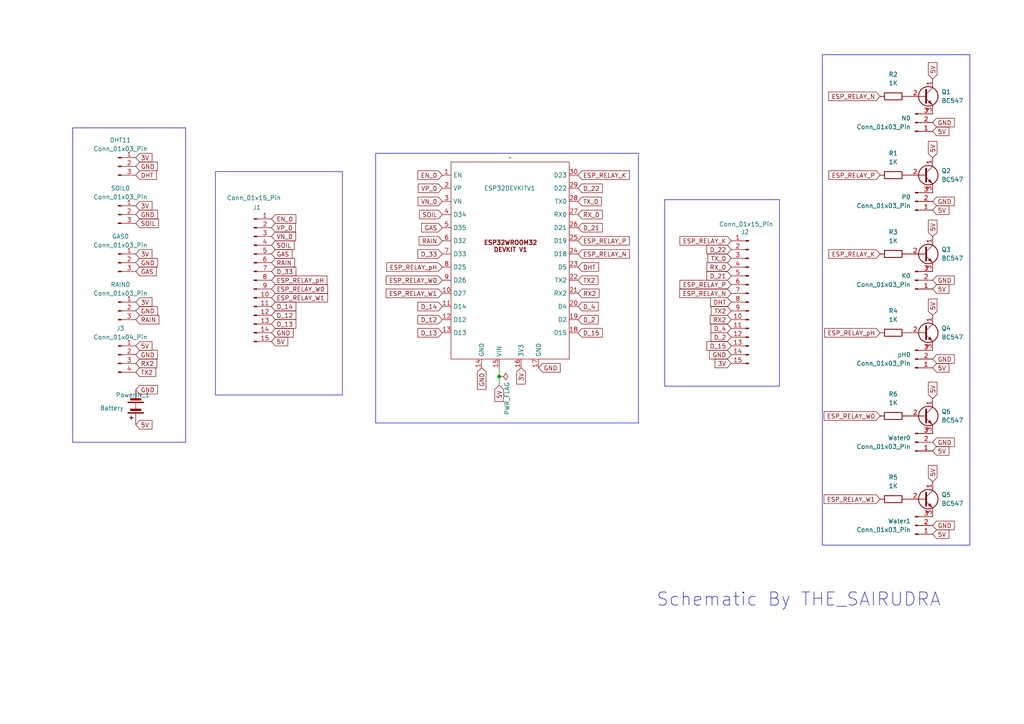
<source format=kicad_sch>
(kicad_sch
	(version 20231120)
	(generator "eeschema")
	(generator_version "8.0")
	(uuid "b94b8f15-7f5f-4812-9be1-e26c70edeefc")
	(paper "A4")
	(lib_symbols
		(symbol "Connector:Conn_01x03_Pin"
			(pin_names
				(offset 1.016) hide)
			(exclude_from_sim no)
			(in_bom yes)
			(on_board yes)
			(property "Reference" "J"
				(at 0 5.08 0)
				(effects
					(font
						(size 1.27 1.27)
					)
				)
			)
			(property "Value" "Conn_01x03_Pin"
				(at 0 -5.08 0)
				(effects
					(font
						(size 1.27 1.27)
					)
				)
			)
			(property "Footprint" ""
				(at 0 0 0)
				(effects
					(font
						(size 1.27 1.27)
					)
					(hide yes)
				)
			)
			(property "Datasheet" "~"
				(at 0 0 0)
				(effects
					(font
						(size 1.27 1.27)
					)
					(hide yes)
				)
			)
			(property "Description" "Generic connector, single row, 01x03, script generated"
				(at 0 0 0)
				(effects
					(font
						(size 1.27 1.27)
					)
					(hide yes)
				)
			)
			(property "ki_locked" ""
				(at 0 0 0)
				(effects
					(font
						(size 1.27 1.27)
					)
				)
			)
			(property "ki_keywords" "connector"
				(at 0 0 0)
				(effects
					(font
						(size 1.27 1.27)
					)
					(hide yes)
				)
			)
			(property "ki_fp_filters" "Connector*:*_1x??_*"
				(at 0 0 0)
				(effects
					(font
						(size 1.27 1.27)
					)
					(hide yes)
				)
			)
			(symbol "Conn_01x03_Pin_1_1"
				(polyline
					(pts
						(xy 1.27 -2.54) (xy 0.8636 -2.54)
					)
					(stroke
						(width 0.1524)
						(type default)
					)
					(fill
						(type none)
					)
				)
				(polyline
					(pts
						(xy 1.27 0) (xy 0.8636 0)
					)
					(stroke
						(width 0.1524)
						(type default)
					)
					(fill
						(type none)
					)
				)
				(polyline
					(pts
						(xy 1.27 2.54) (xy 0.8636 2.54)
					)
					(stroke
						(width 0.1524)
						(type default)
					)
					(fill
						(type none)
					)
				)
				(rectangle
					(start 0.8636 -2.413)
					(end 0 -2.667)
					(stroke
						(width 0.1524)
						(type default)
					)
					(fill
						(type outline)
					)
				)
				(rectangle
					(start 0.8636 0.127)
					(end 0 -0.127)
					(stroke
						(width 0.1524)
						(type default)
					)
					(fill
						(type outline)
					)
				)
				(rectangle
					(start 0.8636 2.667)
					(end 0 2.413)
					(stroke
						(width 0.1524)
						(type default)
					)
					(fill
						(type outline)
					)
				)
				(pin passive line
					(at 5.08 2.54 180)
					(length 3.81)
					(name "Pin_1"
						(effects
							(font
								(size 1.27 1.27)
							)
						)
					)
					(number "1"
						(effects
							(font
								(size 1.27 1.27)
							)
						)
					)
				)
				(pin passive line
					(at 5.08 0 180)
					(length 3.81)
					(name "Pin_2"
						(effects
							(font
								(size 1.27 1.27)
							)
						)
					)
					(number "2"
						(effects
							(font
								(size 1.27 1.27)
							)
						)
					)
				)
				(pin passive line
					(at 5.08 -2.54 180)
					(length 3.81)
					(name "Pin_3"
						(effects
							(font
								(size 1.27 1.27)
							)
						)
					)
					(number "3"
						(effects
							(font
								(size 1.27 1.27)
							)
						)
					)
				)
			)
		)
		(symbol "Connector:Conn_01x04_Pin"
			(pin_names
				(offset 1.016) hide)
			(exclude_from_sim no)
			(in_bom yes)
			(on_board yes)
			(property "Reference" "J"
				(at 0 5.08 0)
				(effects
					(font
						(size 1.27 1.27)
					)
				)
			)
			(property "Value" "Conn_01x04_Pin"
				(at 0 -7.62 0)
				(effects
					(font
						(size 1.27 1.27)
					)
				)
			)
			(property "Footprint" ""
				(at 0 0 0)
				(effects
					(font
						(size 1.27 1.27)
					)
					(hide yes)
				)
			)
			(property "Datasheet" "~"
				(at 0 0 0)
				(effects
					(font
						(size 1.27 1.27)
					)
					(hide yes)
				)
			)
			(property "Description" "Generic connector, single row, 01x04, script generated"
				(at 0 0 0)
				(effects
					(font
						(size 1.27 1.27)
					)
					(hide yes)
				)
			)
			(property "ki_locked" ""
				(at 0 0 0)
				(effects
					(font
						(size 1.27 1.27)
					)
				)
			)
			(property "ki_keywords" "connector"
				(at 0 0 0)
				(effects
					(font
						(size 1.27 1.27)
					)
					(hide yes)
				)
			)
			(property "ki_fp_filters" "Connector*:*_1x??_*"
				(at 0 0 0)
				(effects
					(font
						(size 1.27 1.27)
					)
					(hide yes)
				)
			)
			(symbol "Conn_01x04_Pin_1_1"
				(polyline
					(pts
						(xy 1.27 -5.08) (xy 0.8636 -5.08)
					)
					(stroke
						(width 0.1524)
						(type default)
					)
					(fill
						(type none)
					)
				)
				(polyline
					(pts
						(xy 1.27 -2.54) (xy 0.8636 -2.54)
					)
					(stroke
						(width 0.1524)
						(type default)
					)
					(fill
						(type none)
					)
				)
				(polyline
					(pts
						(xy 1.27 0) (xy 0.8636 0)
					)
					(stroke
						(width 0.1524)
						(type default)
					)
					(fill
						(type none)
					)
				)
				(polyline
					(pts
						(xy 1.27 2.54) (xy 0.8636 2.54)
					)
					(stroke
						(width 0.1524)
						(type default)
					)
					(fill
						(type none)
					)
				)
				(rectangle
					(start 0.8636 -4.953)
					(end 0 -5.207)
					(stroke
						(width 0.1524)
						(type default)
					)
					(fill
						(type outline)
					)
				)
				(rectangle
					(start 0.8636 -2.413)
					(end 0 -2.667)
					(stroke
						(width 0.1524)
						(type default)
					)
					(fill
						(type outline)
					)
				)
				(rectangle
					(start 0.8636 0.127)
					(end 0 -0.127)
					(stroke
						(width 0.1524)
						(type default)
					)
					(fill
						(type outline)
					)
				)
				(rectangle
					(start 0.8636 2.667)
					(end 0 2.413)
					(stroke
						(width 0.1524)
						(type default)
					)
					(fill
						(type outline)
					)
				)
				(pin passive line
					(at 5.08 2.54 180)
					(length 3.81)
					(name "Pin_1"
						(effects
							(font
								(size 1.27 1.27)
							)
						)
					)
					(number "1"
						(effects
							(font
								(size 1.27 1.27)
							)
						)
					)
				)
				(pin passive line
					(at 5.08 0 180)
					(length 3.81)
					(name "Pin_2"
						(effects
							(font
								(size 1.27 1.27)
							)
						)
					)
					(number "2"
						(effects
							(font
								(size 1.27 1.27)
							)
						)
					)
				)
				(pin passive line
					(at 5.08 -2.54 180)
					(length 3.81)
					(name "Pin_3"
						(effects
							(font
								(size 1.27 1.27)
							)
						)
					)
					(number "3"
						(effects
							(font
								(size 1.27 1.27)
							)
						)
					)
				)
				(pin passive line
					(at 5.08 -5.08 180)
					(length 3.81)
					(name "Pin_4"
						(effects
							(font
								(size 1.27 1.27)
							)
						)
					)
					(number "4"
						(effects
							(font
								(size 1.27 1.27)
							)
						)
					)
				)
			)
		)
		(symbol "Connector:Conn_01x15_Pin"
			(pin_names
				(offset 1.016) hide)
			(exclude_from_sim no)
			(in_bom yes)
			(on_board yes)
			(property "Reference" "J"
				(at 0 20.32 0)
				(effects
					(font
						(size 1.27 1.27)
					)
				)
			)
			(property "Value" "Conn_01x15_Pin"
				(at 0 -20.32 0)
				(effects
					(font
						(size 1.27 1.27)
					)
				)
			)
			(property "Footprint" ""
				(at 0 0 0)
				(effects
					(font
						(size 1.27 1.27)
					)
					(hide yes)
				)
			)
			(property "Datasheet" "~"
				(at 0 0 0)
				(effects
					(font
						(size 1.27 1.27)
					)
					(hide yes)
				)
			)
			(property "Description" "Generic connector, single row, 01x15, script generated"
				(at 0 0 0)
				(effects
					(font
						(size 1.27 1.27)
					)
					(hide yes)
				)
			)
			(property "ki_locked" ""
				(at 0 0 0)
				(effects
					(font
						(size 1.27 1.27)
					)
				)
			)
			(property "ki_keywords" "connector"
				(at 0 0 0)
				(effects
					(font
						(size 1.27 1.27)
					)
					(hide yes)
				)
			)
			(property "ki_fp_filters" "Connector*:*_1x??_*"
				(at 0 0 0)
				(effects
					(font
						(size 1.27 1.27)
					)
					(hide yes)
				)
			)
			(symbol "Conn_01x15_Pin_1_1"
				(polyline
					(pts
						(xy 1.27 -17.78) (xy 0.8636 -17.78)
					)
					(stroke
						(width 0.1524)
						(type default)
					)
					(fill
						(type none)
					)
				)
				(polyline
					(pts
						(xy 1.27 -15.24) (xy 0.8636 -15.24)
					)
					(stroke
						(width 0.1524)
						(type default)
					)
					(fill
						(type none)
					)
				)
				(polyline
					(pts
						(xy 1.27 -12.7) (xy 0.8636 -12.7)
					)
					(stroke
						(width 0.1524)
						(type default)
					)
					(fill
						(type none)
					)
				)
				(polyline
					(pts
						(xy 1.27 -10.16) (xy 0.8636 -10.16)
					)
					(stroke
						(width 0.1524)
						(type default)
					)
					(fill
						(type none)
					)
				)
				(polyline
					(pts
						(xy 1.27 -7.62) (xy 0.8636 -7.62)
					)
					(stroke
						(width 0.1524)
						(type default)
					)
					(fill
						(type none)
					)
				)
				(polyline
					(pts
						(xy 1.27 -5.08) (xy 0.8636 -5.08)
					)
					(stroke
						(width 0.1524)
						(type default)
					)
					(fill
						(type none)
					)
				)
				(polyline
					(pts
						(xy 1.27 -2.54) (xy 0.8636 -2.54)
					)
					(stroke
						(width 0.1524)
						(type default)
					)
					(fill
						(type none)
					)
				)
				(polyline
					(pts
						(xy 1.27 0) (xy 0.8636 0)
					)
					(stroke
						(width 0.1524)
						(type default)
					)
					(fill
						(type none)
					)
				)
				(polyline
					(pts
						(xy 1.27 2.54) (xy 0.8636 2.54)
					)
					(stroke
						(width 0.1524)
						(type default)
					)
					(fill
						(type none)
					)
				)
				(polyline
					(pts
						(xy 1.27 5.08) (xy 0.8636 5.08)
					)
					(stroke
						(width 0.1524)
						(type default)
					)
					(fill
						(type none)
					)
				)
				(polyline
					(pts
						(xy 1.27 7.62) (xy 0.8636 7.62)
					)
					(stroke
						(width 0.1524)
						(type default)
					)
					(fill
						(type none)
					)
				)
				(polyline
					(pts
						(xy 1.27 10.16) (xy 0.8636 10.16)
					)
					(stroke
						(width 0.1524)
						(type default)
					)
					(fill
						(type none)
					)
				)
				(polyline
					(pts
						(xy 1.27 12.7) (xy 0.8636 12.7)
					)
					(stroke
						(width 0.1524)
						(type default)
					)
					(fill
						(type none)
					)
				)
				(polyline
					(pts
						(xy 1.27 15.24) (xy 0.8636 15.24)
					)
					(stroke
						(width 0.1524)
						(type default)
					)
					(fill
						(type none)
					)
				)
				(polyline
					(pts
						(xy 1.27 17.78) (xy 0.8636 17.78)
					)
					(stroke
						(width 0.1524)
						(type default)
					)
					(fill
						(type none)
					)
				)
				(rectangle
					(start 0.8636 -17.653)
					(end 0 -17.907)
					(stroke
						(width 0.1524)
						(type default)
					)
					(fill
						(type outline)
					)
				)
				(rectangle
					(start 0.8636 -15.113)
					(end 0 -15.367)
					(stroke
						(width 0.1524)
						(type default)
					)
					(fill
						(type outline)
					)
				)
				(rectangle
					(start 0.8636 -12.573)
					(end 0 -12.827)
					(stroke
						(width 0.1524)
						(type default)
					)
					(fill
						(type outline)
					)
				)
				(rectangle
					(start 0.8636 -10.033)
					(end 0 -10.287)
					(stroke
						(width 0.1524)
						(type default)
					)
					(fill
						(type outline)
					)
				)
				(rectangle
					(start 0.8636 -7.493)
					(end 0 -7.747)
					(stroke
						(width 0.1524)
						(type default)
					)
					(fill
						(type outline)
					)
				)
				(rectangle
					(start 0.8636 -4.953)
					(end 0 -5.207)
					(stroke
						(width 0.1524)
						(type default)
					)
					(fill
						(type outline)
					)
				)
				(rectangle
					(start 0.8636 -2.413)
					(end 0 -2.667)
					(stroke
						(width 0.1524)
						(type default)
					)
					(fill
						(type outline)
					)
				)
				(rectangle
					(start 0.8636 0.127)
					(end 0 -0.127)
					(stroke
						(width 0.1524)
						(type default)
					)
					(fill
						(type outline)
					)
				)
				(rectangle
					(start 0.8636 2.667)
					(end 0 2.413)
					(stroke
						(width 0.1524)
						(type default)
					)
					(fill
						(type outline)
					)
				)
				(rectangle
					(start 0.8636 5.207)
					(end 0 4.953)
					(stroke
						(width 0.1524)
						(type default)
					)
					(fill
						(type outline)
					)
				)
				(rectangle
					(start 0.8636 7.747)
					(end 0 7.493)
					(stroke
						(width 0.1524)
						(type default)
					)
					(fill
						(type outline)
					)
				)
				(rectangle
					(start 0.8636 10.287)
					(end 0 10.033)
					(stroke
						(width 0.1524)
						(type default)
					)
					(fill
						(type outline)
					)
				)
				(rectangle
					(start 0.8636 12.827)
					(end 0 12.573)
					(stroke
						(width 0.1524)
						(type default)
					)
					(fill
						(type outline)
					)
				)
				(rectangle
					(start 0.8636 15.367)
					(end 0 15.113)
					(stroke
						(width 0.1524)
						(type default)
					)
					(fill
						(type outline)
					)
				)
				(rectangle
					(start 0.8636 17.907)
					(end 0 17.653)
					(stroke
						(width 0.1524)
						(type default)
					)
					(fill
						(type outline)
					)
				)
				(pin passive line
					(at 5.08 17.78 180)
					(length 3.81)
					(name "Pin_1"
						(effects
							(font
								(size 1.27 1.27)
							)
						)
					)
					(number "1"
						(effects
							(font
								(size 1.27 1.27)
							)
						)
					)
				)
				(pin passive line
					(at 5.08 -5.08 180)
					(length 3.81)
					(name "Pin_10"
						(effects
							(font
								(size 1.27 1.27)
							)
						)
					)
					(number "10"
						(effects
							(font
								(size 1.27 1.27)
							)
						)
					)
				)
				(pin passive line
					(at 5.08 -7.62 180)
					(length 3.81)
					(name "Pin_11"
						(effects
							(font
								(size 1.27 1.27)
							)
						)
					)
					(number "11"
						(effects
							(font
								(size 1.27 1.27)
							)
						)
					)
				)
				(pin passive line
					(at 5.08 -10.16 180)
					(length 3.81)
					(name "Pin_12"
						(effects
							(font
								(size 1.27 1.27)
							)
						)
					)
					(number "12"
						(effects
							(font
								(size 1.27 1.27)
							)
						)
					)
				)
				(pin passive line
					(at 5.08 -12.7 180)
					(length 3.81)
					(name "Pin_13"
						(effects
							(font
								(size 1.27 1.27)
							)
						)
					)
					(number "13"
						(effects
							(font
								(size 1.27 1.27)
							)
						)
					)
				)
				(pin passive line
					(at 5.08 -15.24 180)
					(length 3.81)
					(name "Pin_14"
						(effects
							(font
								(size 1.27 1.27)
							)
						)
					)
					(number "14"
						(effects
							(font
								(size 1.27 1.27)
							)
						)
					)
				)
				(pin passive line
					(at 5.08 -17.78 180)
					(length 3.81)
					(name "Pin_15"
						(effects
							(font
								(size 1.27 1.27)
							)
						)
					)
					(number "15"
						(effects
							(font
								(size 1.27 1.27)
							)
						)
					)
				)
				(pin passive line
					(at 5.08 15.24 180)
					(length 3.81)
					(name "Pin_2"
						(effects
							(font
								(size 1.27 1.27)
							)
						)
					)
					(number "2"
						(effects
							(font
								(size 1.27 1.27)
							)
						)
					)
				)
				(pin passive line
					(at 5.08 12.7 180)
					(length 3.81)
					(name "Pin_3"
						(effects
							(font
								(size 1.27 1.27)
							)
						)
					)
					(number "3"
						(effects
							(font
								(size 1.27 1.27)
							)
						)
					)
				)
				(pin passive line
					(at 5.08 10.16 180)
					(length 3.81)
					(name "Pin_4"
						(effects
							(font
								(size 1.27 1.27)
							)
						)
					)
					(number "4"
						(effects
							(font
								(size 1.27 1.27)
							)
						)
					)
				)
				(pin passive line
					(at 5.08 7.62 180)
					(length 3.81)
					(name "Pin_5"
						(effects
							(font
								(size 1.27 1.27)
							)
						)
					)
					(number "5"
						(effects
							(font
								(size 1.27 1.27)
							)
						)
					)
				)
				(pin passive line
					(at 5.08 5.08 180)
					(length 3.81)
					(name "Pin_6"
						(effects
							(font
								(size 1.27 1.27)
							)
						)
					)
					(number "6"
						(effects
							(font
								(size 1.27 1.27)
							)
						)
					)
				)
				(pin passive line
					(at 5.08 2.54 180)
					(length 3.81)
					(name "Pin_7"
						(effects
							(font
								(size 1.27 1.27)
							)
						)
					)
					(number "7"
						(effects
							(font
								(size 1.27 1.27)
							)
						)
					)
				)
				(pin passive line
					(at 5.08 0 180)
					(length 3.81)
					(name "Pin_8"
						(effects
							(font
								(size 1.27 1.27)
							)
						)
					)
					(number "8"
						(effects
							(font
								(size 1.27 1.27)
							)
						)
					)
				)
				(pin passive line
					(at 5.08 -2.54 180)
					(length 3.81)
					(name "Pin_9"
						(effects
							(font
								(size 1.27 1.27)
							)
						)
					)
					(number "9"
						(effects
							(font
								(size 1.27 1.27)
							)
						)
					)
				)
			)
		)
		(symbol "Device:Battery"
			(pin_numbers hide)
			(pin_names
				(offset 0) hide)
			(exclude_from_sim no)
			(in_bom yes)
			(on_board yes)
			(property "Reference" "BT"
				(at 2.54 2.54 0)
				(effects
					(font
						(size 1.27 1.27)
					)
					(justify left)
				)
			)
			(property "Value" "Battery"
				(at 2.54 0 0)
				(effects
					(font
						(size 1.27 1.27)
					)
					(justify left)
				)
			)
			(property "Footprint" ""
				(at 0 1.524 90)
				(effects
					(font
						(size 1.27 1.27)
					)
					(hide yes)
				)
			)
			(property "Datasheet" "~"
				(at 0 1.524 90)
				(effects
					(font
						(size 1.27 1.27)
					)
					(hide yes)
				)
			)
			(property "Description" "Multiple-cell battery"
				(at 0 0 0)
				(effects
					(font
						(size 1.27 1.27)
					)
					(hide yes)
				)
			)
			(property "ki_keywords" "batt voltage-source cell"
				(at 0 0 0)
				(effects
					(font
						(size 1.27 1.27)
					)
					(hide yes)
				)
			)
			(symbol "Battery_0_1"
				(rectangle
					(start -2.286 -1.27)
					(end 2.286 -1.524)
					(stroke
						(width 0)
						(type default)
					)
					(fill
						(type outline)
					)
				)
				(rectangle
					(start -2.286 1.778)
					(end 2.286 1.524)
					(stroke
						(width 0)
						(type default)
					)
					(fill
						(type outline)
					)
				)
				(rectangle
					(start -1.524 -2.032)
					(end 1.524 -2.54)
					(stroke
						(width 0)
						(type default)
					)
					(fill
						(type outline)
					)
				)
				(rectangle
					(start -1.524 1.016)
					(end 1.524 0.508)
					(stroke
						(width 0)
						(type default)
					)
					(fill
						(type outline)
					)
				)
				(polyline
					(pts
						(xy 0 -1.016) (xy 0 -0.762)
					)
					(stroke
						(width 0)
						(type default)
					)
					(fill
						(type none)
					)
				)
				(polyline
					(pts
						(xy 0 -0.508) (xy 0 -0.254)
					)
					(stroke
						(width 0)
						(type default)
					)
					(fill
						(type none)
					)
				)
				(polyline
					(pts
						(xy 0 0) (xy 0 0.254)
					)
					(stroke
						(width 0)
						(type default)
					)
					(fill
						(type none)
					)
				)
				(polyline
					(pts
						(xy 0 1.778) (xy 0 2.54)
					)
					(stroke
						(width 0)
						(type default)
					)
					(fill
						(type none)
					)
				)
				(polyline
					(pts
						(xy 0.762 3.048) (xy 1.778 3.048)
					)
					(stroke
						(width 0.254)
						(type default)
					)
					(fill
						(type none)
					)
				)
				(polyline
					(pts
						(xy 1.27 3.556) (xy 1.27 2.54)
					)
					(stroke
						(width 0.254)
						(type default)
					)
					(fill
						(type none)
					)
				)
			)
			(symbol "Battery_1_1"
				(pin passive line
					(at 0 5.08 270)
					(length 2.54)
					(name "+"
						(effects
							(font
								(size 1.27 1.27)
							)
						)
					)
					(number "1"
						(effects
							(font
								(size 1.27 1.27)
							)
						)
					)
				)
				(pin passive line
					(at 0 -5.08 90)
					(length 2.54)
					(name "-"
						(effects
							(font
								(size 1.27 1.27)
							)
						)
					)
					(number "2"
						(effects
							(font
								(size 1.27 1.27)
							)
						)
					)
				)
			)
		)
		(symbol "Device:R"
			(pin_numbers hide)
			(pin_names
				(offset 0)
			)
			(exclude_from_sim no)
			(in_bom yes)
			(on_board yes)
			(property "Reference" "R"
				(at 2.032 0 90)
				(effects
					(font
						(size 1.27 1.27)
					)
				)
			)
			(property "Value" "R"
				(at 0 0 90)
				(effects
					(font
						(size 1.27 1.27)
					)
				)
			)
			(property "Footprint" ""
				(at -1.778 0 90)
				(effects
					(font
						(size 1.27 1.27)
					)
					(hide yes)
				)
			)
			(property "Datasheet" "~"
				(at 0 0 0)
				(effects
					(font
						(size 1.27 1.27)
					)
					(hide yes)
				)
			)
			(property "Description" "Resistor"
				(at 0 0 0)
				(effects
					(font
						(size 1.27 1.27)
					)
					(hide yes)
				)
			)
			(property "ki_keywords" "R res resistor"
				(at 0 0 0)
				(effects
					(font
						(size 1.27 1.27)
					)
					(hide yes)
				)
			)
			(property "ki_fp_filters" "R_*"
				(at 0 0 0)
				(effects
					(font
						(size 1.27 1.27)
					)
					(hide yes)
				)
			)
			(symbol "R_0_1"
				(rectangle
					(start -1.016 -2.54)
					(end 1.016 2.54)
					(stroke
						(width 0.254)
						(type default)
					)
					(fill
						(type none)
					)
				)
			)
			(symbol "R_1_1"
				(pin passive line
					(at 0 3.81 270)
					(length 1.27)
					(name "~"
						(effects
							(font
								(size 1.27 1.27)
							)
						)
					)
					(number "1"
						(effects
							(font
								(size 1.27 1.27)
							)
						)
					)
				)
				(pin passive line
					(at 0 -3.81 90)
					(length 1.27)
					(name "~"
						(effects
							(font
								(size 1.27 1.27)
							)
						)
					)
					(number "2"
						(effects
							(font
								(size 1.27 1.27)
							)
						)
					)
				)
			)
		)
		(symbol "ESP32_DEVKITV1:ESP32_DEVKITV1"
			(pin_names
				(offset 0.635)
			)
			(exclude_from_sim no)
			(in_bom yes)
			(on_board yes)
			(property "Reference" "U"
				(at 1.524 29.972 0)
				(effects
					(font
						(size 1.27 1.27)
					)
				)
			)
			(property "Value" ""
				(at 1.27 10.16 0)
				(effects
					(font
						(size 1.27 1.27)
					)
				)
			)
			(property "Footprint" ""
				(at 1.27 10.16 0)
				(effects
					(font
						(size 1.27 1.27)
					)
					(hide yes)
				)
			)
			(property "Datasheet" ""
				(at 1.27 10.16 0)
				(effects
					(font
						(size 1.27 1.27)
					)
					(hide yes)
				)
			)
			(property "Description" ""
				(at 1.27 10.16 0)
				(effects
					(font
						(size 1.27 1.27)
					)
					(hide yes)
				)
			)
			(property "ki_keywords" "ESP32"
				(at 0 0 0)
				(effects
					(font
						(size 1.27 1.27)
					)
					(hide yes)
				)
			)
			(symbol "ESP32_DEVKITV1_0_1"
				(rectangle
					(start -15.24 33.02)
					(end 19.05 -24.13)
					(stroke
						(width 0)
						(type default)
					)
					(fill
						(type none)
					)
				)
			)
			(symbol "ESP32_DEVKITV1_1_1"
				(text "ESP32WROOM32\nDEVKIT V1"
					(at 2.032 8.636 0)
					(effects
						(font
							(size 1.27 1.27)
							(bold yes)
						)
					)
				)
				(pin input line
					(at -17.78 29.21 0)
					(length 2.54)
					(name "EN"
						(effects
							(font
								(size 1.27 1.27)
							)
						)
					)
					(number "1"
						(effects
							(font
								(size 1.27 1.27)
							)
						)
					)
				)
				(pin bidirectional line
					(at -17.78 -5.08 0)
					(length 2.54)
					(name "D27"
						(effects
							(font
								(size 1.27 1.27)
							)
						)
					)
					(number "10"
						(effects
							(font
								(size 1.27 1.27)
							)
						)
					)
				)
				(pin bidirectional line
					(at -17.78 -8.89 0)
					(length 2.54)
					(name "D14"
						(effects
							(font
								(size 1.27 1.27)
							)
						)
					)
					(number "11"
						(effects
							(font
								(size 1.27 1.27)
							)
						)
					)
				)
				(pin bidirectional line
					(at -17.78 -12.7 0)
					(length 2.54)
					(name "D12"
						(effects
							(font
								(size 1.27 1.27)
							)
						)
					)
					(number "12"
						(effects
							(font
								(size 1.27 1.27)
							)
						)
					)
				)
				(pin bidirectional line
					(at -17.78 -16.51 0)
					(length 2.54)
					(name "D13"
						(effects
							(font
								(size 1.27 1.27)
							)
						)
					)
					(number "13"
						(effects
							(font
								(size 1.27 1.27)
							)
						)
					)
				)
				(pin bidirectional line
					(at -6.35 -26.67 90)
					(length 2.54)
					(name "GND"
						(effects
							(font
								(size 1.27 1.27)
							)
						)
					)
					(number "14"
						(effects
							(font
								(size 1.27 1.27)
							)
						)
					)
				)
				(pin power_in line
					(at -1.27 -26.67 90)
					(length 2.54)
					(name "VIN"
						(effects
							(font
								(size 1.27 1.27)
							)
						)
					)
					(number "15"
						(effects
							(font
								(size 1.27 1.27)
							)
						)
					)
				)
				(pin power_out line
					(at 5.08 -26.67 90)
					(length 2.54)
					(name "3V3"
						(effects
							(font
								(size 1.27 1.27)
							)
						)
					)
					(number "16"
						(effects
							(font
								(size 1.27 1.27)
							)
						)
					)
				)
				(pin bidirectional line
					(at 10.16 -26.67 90)
					(length 2.54)
					(name "GND"
						(effects
							(font
								(size 1.27 1.27)
							)
						)
					)
					(number "17"
						(effects
							(font
								(size 1.27 1.27)
							)
						)
					)
				)
				(pin bidirectional line
					(at 21.59 -16.51 180)
					(length 2.54)
					(name "D15"
						(effects
							(font
								(size 1.27 1.27)
							)
						)
					)
					(number "18"
						(effects
							(font
								(size 1.27 1.27)
							)
						)
					)
				)
				(pin bidirectional line
					(at 21.59 -12.7 180)
					(length 2.54)
					(name "D2"
						(effects
							(font
								(size 1.27 1.27)
							)
						)
					)
					(number "19"
						(effects
							(font
								(size 1.27 1.27)
							)
						)
					)
				)
				(pin input line
					(at -17.78 25.4 0)
					(length 2.54)
					(name "VP"
						(effects
							(font
								(size 1.27 1.27)
							)
						)
					)
					(number "2"
						(effects
							(font
								(size 1.27 1.27)
							)
						)
					)
				)
				(pin bidirectional line
					(at 21.59 -8.89 180)
					(length 2.54)
					(name "D4"
						(effects
							(font
								(size 1.27 1.27)
							)
						)
					)
					(number "20"
						(effects
							(font
								(size 1.27 1.27)
							)
						)
					)
				)
				(pin input line
					(at 21.59 -5.08 180)
					(length 2.54)
					(name "RX2"
						(effects
							(font
								(size 1.27 1.27)
							)
						)
					)
					(number "21"
						(effects
							(font
								(size 1.27 1.27)
							)
						)
					)
				)
				(pin output line
					(at 21.59 -1.27 180)
					(length 2.54)
					(name "TX2"
						(effects
							(font
								(size 1.27 1.27)
							)
						)
					)
					(number "22"
						(effects
							(font
								(size 1.27 1.27)
							)
						)
					)
				)
				(pin bidirectional line
					(at 21.59 2.54 180)
					(length 2.54)
					(name "D5"
						(effects
							(font
								(size 1.27 1.27)
							)
						)
					)
					(number "23"
						(effects
							(font
								(size 1.27 1.27)
							)
						)
					)
				)
				(pin bidirectional line
					(at 21.59 6.35 180)
					(length 2.54)
					(name "D18"
						(effects
							(font
								(size 1.27 1.27)
							)
						)
					)
					(number "24"
						(effects
							(font
								(size 1.27 1.27)
							)
						)
					)
				)
				(pin bidirectional line
					(at 21.59 10.16 180)
					(length 2.54)
					(name "D19"
						(effects
							(font
								(size 1.27 1.27)
							)
						)
					)
					(number "25"
						(effects
							(font
								(size 1.27 1.27)
							)
						)
					)
				)
				(pin bidirectional line
					(at 21.59 13.97 180)
					(length 2.54)
					(name "D21"
						(effects
							(font
								(size 1.27 1.27)
							)
						)
					)
					(number "26"
						(effects
							(font
								(size 1.27 1.27)
							)
						)
					)
				)
				(pin input line
					(at 21.59 17.78 180)
					(length 2.54)
					(name "RX0"
						(effects
							(font
								(size 1.27 1.27)
							)
						)
					)
					(number "27"
						(effects
							(font
								(size 1.27 1.27)
							)
						)
					)
				)
				(pin output line
					(at 21.59 21.59 180)
					(length 2.54)
					(name "TX0"
						(effects
							(font
								(size 1.27 1.27)
							)
						)
					)
					(number "28"
						(effects
							(font
								(size 1.27 1.27)
							)
						)
					)
				)
				(pin bidirectional line
					(at 21.59 25.4 180)
					(length 2.54)
					(name "D22"
						(effects
							(font
								(size 1.27 1.27)
							)
						)
					)
					(number "29"
						(effects
							(font
								(size 1.27 1.27)
							)
						)
					)
				)
				(pin input line
					(at -17.78 21.59 0)
					(length 2.54)
					(name "VN"
						(effects
							(font
								(size 1.27 1.27)
							)
						)
					)
					(number "3"
						(effects
							(font
								(size 1.27 1.27)
							)
						)
					)
				)
				(pin bidirectional line
					(at 21.59 29.21 180)
					(length 2.54)
					(name "D23"
						(effects
							(font
								(size 1.27 1.27)
							)
						)
					)
					(number "30"
						(effects
							(font
								(size 1.27 1.27)
							)
						)
					)
				)
				(pin input line
					(at -17.78 17.78 0)
					(length 2.54)
					(name "D34"
						(effects
							(font
								(size 1.27 1.27)
							)
						)
					)
					(number "4"
						(effects
							(font
								(size 1.27 1.27)
							)
						)
					)
				)
				(pin input line
					(at -17.78 13.97 0)
					(length 2.54)
					(name "D35"
						(effects
							(font
								(size 1.27 1.27)
							)
						)
					)
					(number "5"
						(effects
							(font
								(size 1.27 1.27)
							)
						)
					)
				)
				(pin bidirectional line
					(at -17.78 10.16 0)
					(length 2.54)
					(name "D32"
						(effects
							(font
								(size 1.27 1.27)
							)
						)
					)
					(number "6"
						(effects
							(font
								(size 1.27 1.27)
							)
						)
					)
				)
				(pin bidirectional line
					(at -17.78 6.35 0)
					(length 2.54)
					(name "D33"
						(effects
							(font
								(size 1.27 1.27)
							)
						)
					)
					(number "7"
						(effects
							(font
								(size 1.27 1.27)
							)
						)
					)
				)
				(pin bidirectional line
					(at -17.78 2.54 0)
					(length 2.54)
					(name "D25"
						(effects
							(font
								(size 1.27 1.27)
							)
						)
					)
					(number "8"
						(effects
							(font
								(size 1.27 1.27)
							)
						)
					)
				)
				(pin bidirectional line
					(at -17.78 -1.27 0)
					(length 2.54)
					(name "D26"
						(effects
							(font
								(size 1.27 1.27)
							)
						)
					)
					(number "9"
						(effects
							(font
								(size 1.27 1.27)
							)
						)
					)
				)
			)
		)
		(symbol "Transistor_BJT:BC547"
			(pin_names
				(offset 0) hide)
			(exclude_from_sim no)
			(in_bom yes)
			(on_board yes)
			(property "Reference" "Q"
				(at 5.08 1.905 0)
				(effects
					(font
						(size 1.27 1.27)
					)
					(justify left)
				)
			)
			(property "Value" "BC547"
				(at 5.08 0 0)
				(effects
					(font
						(size 1.27 1.27)
					)
					(justify left)
				)
			)
			(property "Footprint" "Package_TO_SOT_THT:TO-92_Inline"
				(at 5.08 -1.905 0)
				(effects
					(font
						(size 1.27 1.27)
						(italic yes)
					)
					(justify left)
					(hide yes)
				)
			)
			(property "Datasheet" "https://www.onsemi.com/pub/Collateral/BC550-D.pdf"
				(at 0 0 0)
				(effects
					(font
						(size 1.27 1.27)
					)
					(justify left)
					(hide yes)
				)
			)
			(property "Description" "0.1A Ic, 45V Vce, Small Signal NPN Transistor, TO-92"
				(at 0 0 0)
				(effects
					(font
						(size 1.27 1.27)
					)
					(hide yes)
				)
			)
			(property "ki_keywords" "NPN Transistor"
				(at 0 0 0)
				(effects
					(font
						(size 1.27 1.27)
					)
					(hide yes)
				)
			)
			(property "ki_fp_filters" "TO?92*"
				(at 0 0 0)
				(effects
					(font
						(size 1.27 1.27)
					)
					(hide yes)
				)
			)
			(symbol "BC547_0_1"
				(polyline
					(pts
						(xy 0 0) (xy 0.635 0)
					)
					(stroke
						(width 0)
						(type default)
					)
					(fill
						(type none)
					)
				)
				(polyline
					(pts
						(xy 0.635 0.635) (xy 2.54 2.54)
					)
					(stroke
						(width 0)
						(type default)
					)
					(fill
						(type none)
					)
				)
				(polyline
					(pts
						(xy 0.635 -0.635) (xy 2.54 -2.54) (xy 2.54 -2.54)
					)
					(stroke
						(width 0)
						(type default)
					)
					(fill
						(type none)
					)
				)
				(polyline
					(pts
						(xy 0.635 1.905) (xy 0.635 -1.905) (xy 0.635 -1.905)
					)
					(stroke
						(width 0.508)
						(type default)
					)
					(fill
						(type none)
					)
				)
				(polyline
					(pts
						(xy 1.27 -1.778) (xy 1.778 -1.27) (xy 2.286 -2.286) (xy 1.27 -1.778) (xy 1.27 -1.778)
					)
					(stroke
						(width 0)
						(type default)
					)
					(fill
						(type outline)
					)
				)
				(circle
					(center 1.27 0)
					(radius 2.8194)
					(stroke
						(width 0.254)
						(type default)
					)
					(fill
						(type none)
					)
				)
			)
			(symbol "BC547_1_1"
				(pin passive line
					(at 2.54 5.08 270)
					(length 2.54)
					(name "C"
						(effects
							(font
								(size 1.27 1.27)
							)
						)
					)
					(number "1"
						(effects
							(font
								(size 1.27 1.27)
							)
						)
					)
				)
				(pin input line
					(at -5.08 0 0)
					(length 5.08)
					(name "B"
						(effects
							(font
								(size 1.27 1.27)
							)
						)
					)
					(number "2"
						(effects
							(font
								(size 1.27 1.27)
							)
						)
					)
				)
				(pin passive line
					(at 2.54 -5.08 90)
					(length 2.54)
					(name "E"
						(effects
							(font
								(size 1.27 1.27)
							)
						)
					)
					(number "3"
						(effects
							(font
								(size 1.27 1.27)
							)
						)
					)
				)
			)
		)
		(symbol "power:PWR_FLAG"
			(power)
			(pin_numbers hide)
			(pin_names
				(offset 0) hide)
			(exclude_from_sim no)
			(in_bom yes)
			(on_board yes)
			(property "Reference" "#FLG"
				(at 0 1.905 0)
				(effects
					(font
						(size 1.27 1.27)
					)
					(hide yes)
				)
			)
			(property "Value" "PWR_FLAG"
				(at 0 3.81 0)
				(effects
					(font
						(size 1.27 1.27)
					)
				)
			)
			(property "Footprint" ""
				(at 0 0 0)
				(effects
					(font
						(size 1.27 1.27)
					)
					(hide yes)
				)
			)
			(property "Datasheet" "~"
				(at 0 0 0)
				(effects
					(font
						(size 1.27 1.27)
					)
					(hide yes)
				)
			)
			(property "Description" "Special symbol for telling ERC where power comes from"
				(at 0 0 0)
				(effects
					(font
						(size 1.27 1.27)
					)
					(hide yes)
				)
			)
			(property "ki_keywords" "flag power"
				(at 0 0 0)
				(effects
					(font
						(size 1.27 1.27)
					)
					(hide yes)
				)
			)
			(symbol "PWR_FLAG_0_0"
				(pin power_out line
					(at 0 0 90)
					(length 0)
					(name "~"
						(effects
							(font
								(size 1.27 1.27)
							)
						)
					)
					(number "1"
						(effects
							(font
								(size 1.27 1.27)
							)
						)
					)
				)
			)
			(symbol "PWR_FLAG_0_1"
				(polyline
					(pts
						(xy 0 0) (xy 0 1.27) (xy -1.016 1.905) (xy 0 2.54) (xy 1.016 1.905) (xy 0 1.27)
					)
					(stroke
						(width 0)
						(type default)
					)
					(fill
						(type none)
					)
				)
			)
		)
	)
	(junction
		(at 144.78 109.22)
		(diameter 0)
		(color 0 0 0 0)
		(uuid "1c9c68b9-7717-4871-8c3f-65caf26506f7")
	)
	(wire
		(pts
			(xy 144.78 109.22) (xy 144.78 111.76)
		)
		(stroke
			(width 0)
			(type default)
		)
		(uuid "b6b84e0c-5016-4e9d-a8b1-d3a5f230192e")
	)
	(wire
		(pts
			(xy 144.78 106.68) (xy 144.78 109.22)
		)
		(stroke
			(width 0)
			(type default)
		)
		(uuid "d98fffe0-ffa4-49b6-ab15-6d228d3a9458")
	)
	(rectangle
		(start 21.082 37.084)
		(end 53.848 128.27)
		(stroke
			(width 0)
			(type default)
		)
		(fill
			(type none)
		)
		(uuid 2d9ad810-1be0-4186-88c0-9746dc944dc4)
	)
	(rectangle
		(start 108.966 44.45)
		(end 185.166 122.682)
		(stroke
			(width 0)
			(type default)
		)
		(fill
			(type none)
		)
		(uuid 3534392d-ecd5-4f57-b4b5-2ffc7fd3d94e)
	)
	(rectangle
		(start 238.506 15.875)
		(end 281.305 158.115)
		(stroke
			(width 0)
			(type default)
		)
		(fill
			(type none)
		)
		(uuid 481a5d88-6bf6-46d9-969e-e64ff3119b46)
	)
	(rectangle
		(start 192.786 57.912)
		(end 226.06 112.014)
		(stroke
			(width 0)
			(type default)
		)
		(fill
			(type none)
		)
		(uuid 5c69bd3d-eafd-4fd3-a7b2-e04614c6bd7e)
	)
	(rectangle
		(start 62.484 49.784)
		(end 99.314 114.554)
		(stroke
			(width 0)
			(type default)
		)
		(fill
			(type none)
		)
		(uuid 9e39f90b-9340-4289-ab95-3aeb0c3be6b4)
	)
	(text "Schematic By THE_SAIRUDRA\n"
		(exclude_from_sim no)
		(at 231.648 173.99 0)
		(effects
			(font
				(size 3.81 3.81)
			)
		)
		(uuid "e72f3485-e24e-41fd-ade3-805069eb4d69")
	)
	(global_label "D_15"
		(shape input)
		(at 167.64 96.52 0)
		(fields_autoplaced yes)
		(effects
			(font
				(size 1.27 1.27)
			)
			(justify left)
		)
		(uuid "00e53b76-0bc1-485f-9f3f-f196b31c79c9")
		(property "Intersheetrefs" "${INTERSHEET_REFS}"
			(at 175.2818 96.52 0)
			(effects
				(font
					(size 1.27 1.27)
				)
				(justify left)
				(hide yes)
			)
		)
	)
	(global_label "ESP_RELAY_K"
		(shape input)
		(at 255.27 73.66 180)
		(fields_autoplaced yes)
		(effects
			(font
				(size 1.27 1.27)
			)
			(justify right)
		)
		(uuid "048760f0-a1b2-45f6-b93e-c0fbe6630b04")
		(property "Intersheetrefs" "${INTERSHEET_REFS}"
			(at 239.8268 73.66 0)
			(effects
				(font
					(size 1.27 1.27)
				)
				(justify right)
				(hide yes)
			)
		)
	)
	(global_label "DHT"
		(shape input)
		(at 167.64 77.47 0)
		(fields_autoplaced yes)
		(effects
			(font
				(size 1.27 1.27)
			)
			(justify left)
		)
		(uuid "07446c0d-ada4-417a-93d9-ffe7896223ba")
		(property "Intersheetrefs" "${INTERSHEET_REFS}"
			(at 174.1933 77.47 0)
			(effects
				(font
					(size 1.27 1.27)
				)
				(justify left)
				(hide yes)
			)
		)
	)
	(global_label "D_2"
		(shape input)
		(at 212.09 97.79 180)
		(fields_autoplaced yes)
		(effects
			(font
				(size 1.27 1.27)
			)
			(justify right)
		)
		(uuid "07cd098a-f50c-413c-b3b5-3f4ace3af20e")
		(property "Intersheetrefs" "${INTERSHEET_REFS}"
			(at 205.6577 97.79 0)
			(effects
				(font
					(size 1.27 1.27)
				)
				(justify right)
				(hide yes)
			)
		)
	)
	(global_label "5V"
		(shape input)
		(at 270.51 154.94 0)
		(fields_autoplaced yes)
		(effects
			(font
				(size 1.27 1.27)
			)
			(justify left)
		)
		(uuid "0a4096ba-9d5b-4584-86d8-73d02991584a")
		(property "Intersheetrefs" "${INTERSHEET_REFS}"
			(at 275.7933 154.94 0)
			(effects
				(font
					(size 1.27 1.27)
				)
				(justify left)
				(hide yes)
			)
		)
	)
	(global_label "D_22"
		(shape input)
		(at 212.09 72.39 180)
		(fields_autoplaced yes)
		(effects
			(font
				(size 1.27 1.27)
			)
			(justify right)
		)
		(uuid "0d4eb696-dc5b-40b2-97c4-bdbd5ca5acc5")
		(property "Intersheetrefs" "${INTERSHEET_REFS}"
			(at 204.4482 72.39 0)
			(effects
				(font
					(size 1.27 1.27)
				)
				(justify right)
				(hide yes)
			)
		)
	)
	(global_label "GND"
		(shape input)
		(at 270.51 152.4 0)
		(fields_autoplaced yes)
		(effects
			(font
				(size 1.27 1.27)
			)
			(justify left)
		)
		(uuid "0ea877ed-f13e-4d2f-a299-a5b5c3b7a911")
		(property "Intersheetrefs" "${INTERSHEET_REFS}"
			(at 277.3657 152.4 0)
			(effects
				(font
					(size 1.27 1.27)
				)
				(justify left)
				(hide yes)
			)
		)
	)
	(global_label "ESP_RELAY_W1"
		(shape input)
		(at 128.27 85.09 180)
		(fields_autoplaced yes)
		(effects
			(font
				(size 1.27 1.27)
			)
			(justify right)
		)
		(uuid "112153e9-4276-477a-bc12-57a4bd691eea")
		(property "Intersheetrefs" "${INTERSHEET_REFS}"
			(at 111.4359 85.09 0)
			(effects
				(font
					(size 1.27 1.27)
				)
				(justify right)
				(hide yes)
			)
		)
	)
	(global_label "5V"
		(shape input)
		(at 270.51 106.68 0)
		(fields_autoplaced yes)
		(effects
			(font
				(size 1.27 1.27)
			)
			(justify left)
		)
		(uuid "119706ef-4d37-4bf6-8eca-56f9f95d8d9b")
		(property "Intersheetrefs" "${INTERSHEET_REFS}"
			(at 275.7933 106.68 0)
			(effects
				(font
					(size 1.27 1.27)
				)
				(justify left)
				(hide yes)
			)
		)
	)
	(global_label "TX_0"
		(shape input)
		(at 212.09 74.93 180)
		(fields_autoplaced yes)
		(effects
			(font
				(size 1.27 1.27)
			)
			(justify right)
		)
		(uuid "1290ad3b-83e6-403c-ac82-8997c728b5f2")
		(property "Intersheetrefs" "${INTERSHEET_REFS}"
			(at 204.7506 74.93 0)
			(effects
				(font
					(size 1.27 1.27)
				)
				(justify right)
				(hide yes)
			)
		)
	)
	(global_label "5V"
		(shape input)
		(at 39.37 123.19 0)
		(fields_autoplaced yes)
		(effects
			(font
				(size 1.27 1.27)
			)
			(justify left)
		)
		(uuid "12a2c0fb-8d4e-4fb6-ac98-85fcbd6684fa")
		(property "Intersheetrefs" "${INTERSHEET_REFS}"
			(at 44.6533 123.19 0)
			(effects
				(font
					(size 1.27 1.27)
				)
				(justify left)
				(hide yes)
			)
		)
	)
	(global_label "GND"
		(shape input)
		(at 39.37 76.2 0)
		(fields_autoplaced yes)
		(effects
			(font
				(size 1.27 1.27)
			)
			(justify left)
		)
		(uuid "196ad9b6-f884-4e7d-a7fc-381f0c29cf23")
		(property "Intersheetrefs" "${INTERSHEET_REFS}"
			(at 46.2257 76.2 0)
			(effects
				(font
					(size 1.27 1.27)
				)
				(justify left)
				(hide yes)
			)
		)
	)
	(global_label "5V"
		(shape input)
		(at 39.37 100.33 0)
		(fields_autoplaced yes)
		(effects
			(font
				(size 1.27 1.27)
			)
			(justify left)
		)
		(uuid "1f580559-b76a-4a39-ab79-280efbb5f2b5")
		(property "Intersheetrefs" "${INTERSHEET_REFS}"
			(at 44.6533 100.33 0)
			(effects
				(font
					(size 1.27 1.27)
				)
				(justify left)
				(hide yes)
			)
		)
	)
	(global_label "ESP_RELAY_P"
		(shape input)
		(at 167.64 69.85 0)
		(fields_autoplaced yes)
		(effects
			(font
				(size 1.27 1.27)
			)
			(justify left)
		)
		(uuid "22123ca4-3059-44fe-81f8-9444329d94bc")
		(property "Intersheetrefs" "${INTERSHEET_REFS}"
			(at 183.0832 69.85 0)
			(effects
				(font
					(size 1.27 1.27)
				)
				(justify left)
				(hide yes)
			)
		)
	)
	(global_label "GND"
		(shape input)
		(at 39.37 102.87 0)
		(fields_autoplaced yes)
		(effects
			(font
				(size 1.27 1.27)
			)
			(justify left)
		)
		(uuid "2519fc99-c11b-45d9-b673-75cd9a368bd9")
		(property "Intersheetrefs" "${INTERSHEET_REFS}"
			(at 46.2257 102.87 0)
			(effects
				(font
					(size 1.27 1.27)
				)
				(justify left)
				(hide yes)
			)
		)
	)
	(global_label "5V"
		(shape input)
		(at 270.51 38.1 0)
		(fields_autoplaced yes)
		(effects
			(font
				(size 1.27 1.27)
			)
			(justify left)
		)
		(uuid "27bb3ab2-f387-4790-9bcf-736e2f1f2bf1")
		(property "Intersheetrefs" "${INTERSHEET_REFS}"
			(at 275.7933 38.1 0)
			(effects
				(font
					(size 1.27 1.27)
				)
				(justify left)
				(hide yes)
			)
		)
	)
	(global_label "TX_0"
		(shape input)
		(at 167.64 58.42 0)
		(fields_autoplaced yes)
		(effects
			(font
				(size 1.27 1.27)
			)
			(justify left)
		)
		(uuid "28119f7f-ae0c-4feb-a729-324ab04baf82")
		(property "Intersheetrefs" "${INTERSHEET_REFS}"
			(at 174.9794 58.42 0)
			(effects
				(font
					(size 1.27 1.27)
				)
				(justify left)
				(hide yes)
			)
		)
	)
	(global_label "SOIL"
		(shape input)
		(at 128.27 62.23 180)
		(fields_autoplaced yes)
		(effects
			(font
				(size 1.27 1.27)
			)
			(justify right)
		)
		(uuid "2abf1b24-73c3-41aa-80bc-91759375b426")
		(property "Intersheetrefs" "${INTERSHEET_REFS}"
			(at 121.1119 62.23 0)
			(effects
				(font
					(size 1.27 1.27)
				)
				(justify right)
				(hide yes)
			)
		)
	)
	(global_label "SOIL"
		(shape input)
		(at 78.74 71.12 0)
		(fields_autoplaced yes)
		(effects
			(font
				(size 1.27 1.27)
			)
			(justify left)
		)
		(uuid "2c77d8e4-5183-40d1-a342-25aa3768887c")
		(property "Intersheetrefs" "${INTERSHEET_REFS}"
			(at 85.8981 71.12 0)
			(effects
				(font
					(size 1.27 1.27)
				)
				(justify left)
				(hide yes)
			)
		)
	)
	(global_label "3V"
		(shape input)
		(at 39.37 87.63 0)
		(fields_autoplaced yes)
		(effects
			(font
				(size 1.27 1.27)
			)
			(justify left)
		)
		(uuid "2dce51e7-5b40-4e24-a5d0-f8661730c578")
		(property "Intersheetrefs" "${INTERSHEET_REFS}"
			(at 44.6533 87.63 0)
			(effects
				(font
					(size 1.27 1.27)
				)
				(justify left)
				(hide yes)
			)
		)
	)
	(global_label "VN_0"
		(shape input)
		(at 128.27 58.42 180)
		(fields_autoplaced yes)
		(effects
			(font
				(size 1.27 1.27)
			)
			(justify right)
		)
		(uuid "2e9f8965-e55b-499a-bb75-3960944557b8")
		(property "Intersheetrefs" "${INTERSHEET_REFS}"
			(at 120.6886 58.42 0)
			(effects
				(font
					(size 1.27 1.27)
				)
				(justify right)
				(hide yes)
			)
		)
	)
	(global_label "TX2"
		(shape input)
		(at 167.64 81.28 0)
		(fields_autoplaced yes)
		(effects
			(font
				(size 1.27 1.27)
			)
			(justify left)
		)
		(uuid "2efe97ea-84a2-477c-8a77-3bf2a67baa80")
		(property "Intersheetrefs" "${INTERSHEET_REFS}"
			(at 174.0118 81.28 0)
			(effects
				(font
					(size 1.27 1.27)
				)
				(justify left)
				(hide yes)
			)
		)
	)
	(global_label "5V"
		(shape input)
		(at 270.51 60.96 0)
		(fields_autoplaced yes)
		(effects
			(font
				(size 1.27 1.27)
			)
			(justify left)
		)
		(uuid "2f279379-c725-4bc1-9270-3c44aaf37ee9")
		(property "Intersheetrefs" "${INTERSHEET_REFS}"
			(at 275.7933 60.96 0)
			(effects
				(font
					(size 1.27 1.27)
				)
				(justify left)
				(hide yes)
			)
		)
	)
	(global_label "ESP_RELAY_pH"
		(shape input)
		(at 128.27 77.47 180)
		(fields_autoplaced yes)
		(effects
			(font
				(size 1.27 1.27)
			)
			(justify right)
		)
		(uuid "2f3d7bb9-b411-4324-bba7-4ddc07c71077")
		(property "Intersheetrefs" "${INTERSHEET_REFS}"
			(at 111.6173 77.47 0)
			(effects
				(font
					(size 1.27 1.27)
				)
				(justify right)
				(hide yes)
			)
		)
	)
	(global_label "5V"
		(shape input)
		(at 270.51 115.57 90)
		(fields_autoplaced yes)
		(effects
			(font
				(size 1.27 1.27)
			)
			(justify left)
		)
		(uuid "2f8113b3-92cd-4ea6-912e-00e425a31fe8")
		(property "Intersheetrefs" "${INTERSHEET_REFS}"
			(at 270.51 110.2867 90)
			(effects
				(font
					(size 1.27 1.27)
				)
				(justify left)
				(hide yes)
			)
		)
	)
	(global_label "D_22"
		(shape input)
		(at 167.64 54.61 0)
		(fields_autoplaced yes)
		(effects
			(font
				(size 1.27 1.27)
			)
			(justify left)
		)
		(uuid "31d85cbb-352b-49b3-84eb-129e3fe904e5")
		(property "Intersheetrefs" "${INTERSHEET_REFS}"
			(at 175.2818 54.61 0)
			(effects
				(font
					(size 1.27 1.27)
				)
				(justify left)
				(hide yes)
			)
		)
	)
	(global_label "GND"
		(shape input)
		(at 270.51 58.42 0)
		(fields_autoplaced yes)
		(effects
			(font
				(size 1.27 1.27)
			)
			(justify left)
		)
		(uuid "32dfabbe-775c-43a5-8570-14f46dee6764")
		(property "Intersheetrefs" "${INTERSHEET_REFS}"
			(at 277.3657 58.42 0)
			(effects
				(font
					(size 1.27 1.27)
				)
				(justify left)
				(hide yes)
			)
		)
	)
	(global_label "RX2"
		(shape input)
		(at 212.09 92.71 180)
		(fields_autoplaced yes)
		(effects
			(font
				(size 1.27 1.27)
			)
			(justify right)
		)
		(uuid "33c12dcb-5f23-4ff7-8dcc-073ea67c11d1")
		(property "Intersheetrefs" "${INTERSHEET_REFS}"
			(at 205.4158 92.71 0)
			(effects
				(font
					(size 1.27 1.27)
				)
				(justify right)
				(hide yes)
			)
		)
	)
	(global_label "5V"
		(shape input)
		(at 78.74 99.06 0)
		(fields_autoplaced yes)
		(effects
			(font
				(size 1.27 1.27)
			)
			(justify left)
		)
		(uuid "347fb557-7e01-4138-9ede-75f102adf1ac")
		(property "Intersheetrefs" "${INTERSHEET_REFS}"
			(at 84.0233 99.06 0)
			(effects
				(font
					(size 1.27 1.27)
				)
				(justify left)
				(hide yes)
			)
		)
	)
	(global_label "D_12"
		(shape input)
		(at 128.27 92.71 180)
		(fields_autoplaced yes)
		(effects
			(font
				(size 1.27 1.27)
			)
			(justify right)
		)
		(uuid "36a646e7-e92b-476b-8aae-c92401a960fd")
		(property "Intersheetrefs" "${INTERSHEET_REFS}"
			(at 120.6282 92.71 0)
			(effects
				(font
					(size 1.27 1.27)
				)
				(justify right)
				(hide yes)
			)
		)
	)
	(global_label "GND"
		(shape input)
		(at 156.21 106.68 0)
		(fields_autoplaced yes)
		(effects
			(font
				(size 1.27 1.27)
			)
			(justify left)
		)
		(uuid "389bfced-448b-485e-a22c-c0a3c3274df0")
		(property "Intersheetrefs" "${INTERSHEET_REFS}"
			(at 163.0657 106.68 0)
			(effects
				(font
					(size 1.27 1.27)
				)
				(justify left)
				(hide yes)
			)
		)
	)
	(global_label "3V"
		(shape input)
		(at 151.13 106.68 270)
		(fields_autoplaced yes)
		(effects
			(font
				(size 1.27 1.27)
			)
			(justify right)
		)
		(uuid "3beacc13-1214-4740-bdd5-3942143ae1d9")
		(property "Intersheetrefs" "${INTERSHEET_REFS}"
			(at 151.13 111.9633 90)
			(effects
				(font
					(size 1.27 1.27)
				)
				(justify right)
				(hide yes)
			)
		)
	)
	(global_label "D_13"
		(shape input)
		(at 78.74 93.98 0)
		(fields_autoplaced yes)
		(effects
			(font
				(size 1.27 1.27)
			)
			(justify left)
		)
		(uuid "3f455b38-19c1-4292-87e5-e2bb1386a635")
		(property "Intersheetrefs" "${INTERSHEET_REFS}"
			(at 86.3818 93.98 0)
			(effects
				(font
					(size 1.27 1.27)
				)
				(justify left)
				(hide yes)
			)
		)
	)
	(global_label "3V"
		(shape input)
		(at 212.09 105.41 180)
		(fields_autoplaced yes)
		(effects
			(font
				(size 1.27 1.27)
			)
			(justify right)
		)
		(uuid "3fed169e-d07c-4ac9-a97b-70f3da59bbdd")
		(property "Intersheetrefs" "${INTERSHEET_REFS}"
			(at 206.8067 105.41 0)
			(effects
				(font
					(size 1.27 1.27)
				)
				(justify right)
				(hide yes)
			)
		)
	)
	(global_label "ESP_RELAY_N"
		(shape input)
		(at 167.64 73.66 0)
		(fields_autoplaced yes)
		(effects
			(font
				(size 1.27 1.27)
			)
			(justify left)
		)
		(uuid "4462cd36-2161-437f-bed4-53aff7ddc6fb")
		(property "Intersheetrefs" "${INTERSHEET_REFS}"
			(at 183.1437 73.66 0)
			(effects
				(font
					(size 1.27 1.27)
				)
				(justify left)
				(hide yes)
			)
		)
	)
	(global_label "D_21"
		(shape input)
		(at 167.64 66.04 0)
		(fields_autoplaced yes)
		(effects
			(font
				(size 1.27 1.27)
			)
			(justify left)
		)
		(uuid "477caa9d-de5a-4171-a95e-933c931929e2")
		(property "Intersheetrefs" "${INTERSHEET_REFS}"
			(at 175.2818 66.04 0)
			(effects
				(font
					(size 1.27 1.27)
				)
				(justify left)
				(hide yes)
			)
		)
	)
	(global_label "GND"
		(shape input)
		(at 139.7 106.68 270)
		(fields_autoplaced yes)
		(effects
			(font
				(size 1.27 1.27)
			)
			(justify right)
		)
		(uuid "48c92392-13af-415a-b83e-394154039fc9")
		(property "Intersheetrefs" "${INTERSHEET_REFS}"
			(at 139.7 113.5357 90)
			(effects
				(font
					(size 1.27 1.27)
				)
				(justify right)
				(hide yes)
			)
		)
	)
	(global_label "ESP_RELAY_pH"
		(shape input)
		(at 78.74 81.28 0)
		(fields_autoplaced yes)
		(effects
			(font
				(size 1.27 1.27)
			)
			(justify left)
		)
		(uuid "4a5b15d3-1c76-4221-b593-521e229a84b5")
		(property "Intersheetrefs" "${INTERSHEET_REFS}"
			(at 95.3927 81.28 0)
			(effects
				(font
					(size 1.27 1.27)
				)
				(justify left)
				(hide yes)
			)
		)
	)
	(global_label "ESP_RELAY_P"
		(shape input)
		(at 255.27 50.8 180)
		(fields_autoplaced yes)
		(effects
			(font
				(size 1.27 1.27)
			)
			(justify right)
		)
		(uuid "4b710f5e-f398-499f-bf18-bb931327942a")
		(property "Intersheetrefs" "${INTERSHEET_REFS}"
			(at 239.8268 50.8 0)
			(effects
				(font
					(size 1.27 1.27)
				)
				(justify right)
				(hide yes)
			)
		)
	)
	(global_label "5V"
		(shape input)
		(at 270.51 68.58 90)
		(fields_autoplaced yes)
		(effects
			(font
				(size 1.27 1.27)
			)
			(justify left)
		)
		(uuid "50f54c28-f82e-4aee-8fda-d65c005ef22d")
		(property "Intersheetrefs" "${INTERSHEET_REFS}"
			(at 270.51 63.2967 90)
			(effects
				(font
					(size 1.27 1.27)
				)
				(justify left)
				(hide yes)
			)
		)
	)
	(global_label "GND"
		(shape input)
		(at 39.37 90.17 0)
		(fields_autoplaced yes)
		(effects
			(font
				(size 1.27 1.27)
			)
			(justify left)
		)
		(uuid "52879b41-3a8c-4c9d-a0ad-c403673ace6e")
		(property "Intersheetrefs" "${INTERSHEET_REFS}"
			(at 46.2257 90.17 0)
			(effects
				(font
					(size 1.27 1.27)
				)
				(justify left)
				(hide yes)
			)
		)
	)
	(global_label "D_14"
		(shape input)
		(at 78.74 88.9 0)
		(fields_autoplaced yes)
		(effects
			(font
				(size 1.27 1.27)
			)
			(justify left)
		)
		(uuid "52d38de1-ac78-4f38-aa37-e22b817a5825")
		(property "Intersheetrefs" "${INTERSHEET_REFS}"
			(at 86.3818 88.9 0)
			(effects
				(font
					(size 1.27 1.27)
				)
				(justify left)
				(hide yes)
			)
		)
	)
	(global_label "GAS"
		(shape input)
		(at 78.74 73.66 0)
		(fields_autoplaced yes)
		(effects
			(font
				(size 1.27 1.27)
			)
			(justify left)
		)
		(uuid "55814cba-9e1d-47c9-b85d-552696474c23")
		(property "Intersheetrefs" "${INTERSHEET_REFS}"
			(at 85.2933 73.66 0)
			(effects
				(font
					(size 1.27 1.27)
				)
				(justify left)
				(hide yes)
			)
		)
	)
	(global_label "ESP_RELAY_K"
		(shape input)
		(at 167.64 50.8 0)
		(fields_autoplaced yes)
		(effects
			(font
				(size 1.27 1.27)
			)
			(justify left)
		)
		(uuid "563d0854-6aa8-4a47-8ab7-24b146114c33")
		(property "Intersheetrefs" "${INTERSHEET_REFS}"
			(at 183.0832 50.8 0)
			(effects
				(font
					(size 1.27 1.27)
				)
				(justify left)
				(hide yes)
			)
		)
	)
	(global_label "RX_0"
		(shape input)
		(at 167.64 62.23 0)
		(fields_autoplaced yes)
		(effects
			(font
				(size 1.27 1.27)
			)
			(justify left)
		)
		(uuid "5712685d-7d2a-47ee-9dd0-14912e352149")
		(property "Intersheetrefs" "${INTERSHEET_REFS}"
			(at 175.2818 62.23 0)
			(effects
				(font
					(size 1.27 1.27)
				)
				(justify left)
				(hide yes)
			)
		)
	)
	(global_label "D_13"
		(shape input)
		(at 128.27 96.52 180)
		(fields_autoplaced yes)
		(effects
			(font
				(size 1.27 1.27)
			)
			(justify right)
		)
		(uuid "5d27e636-8dd2-4e84-8ea6-e458f4724701")
		(property "Intersheetrefs" "${INTERSHEET_REFS}"
			(at 120.6282 96.52 0)
			(effects
				(font
					(size 1.27 1.27)
				)
				(justify right)
				(hide yes)
			)
		)
	)
	(global_label "GND"
		(shape input)
		(at 39.37 62.23 0)
		(fields_autoplaced yes)
		(effects
			(font
				(size 1.27 1.27)
			)
			(justify left)
		)
		(uuid "5dd201b2-787e-4b8d-b93d-7eece78dc6fb")
		(property "Intersheetrefs" "${INTERSHEET_REFS}"
			(at 46.2257 62.23 0)
			(effects
				(font
					(size 1.27 1.27)
				)
				(justify left)
				(hide yes)
			)
		)
	)
	(global_label "GND"
		(shape input)
		(at 270.51 81.28 0)
		(fields_autoplaced yes)
		(effects
			(font
				(size 1.27 1.27)
			)
			(justify left)
		)
		(uuid "5f45fedb-31c8-4e27-ab14-9fe29f86384c")
		(property "Intersheetrefs" "${INTERSHEET_REFS}"
			(at 277.3657 81.28 0)
			(effects
				(font
					(size 1.27 1.27)
				)
				(justify left)
				(hide yes)
			)
		)
	)
	(global_label "ESP_RELAY_W1"
		(shape input)
		(at 255.27 144.78 180)
		(fields_autoplaced yes)
		(effects
			(font
				(size 1.27 1.27)
			)
			(justify right)
		)
		(uuid "5f7da647-9ea3-4398-8c97-9804a8ad5c44")
		(property "Intersheetrefs" "${INTERSHEET_REFS}"
			(at 238.4359 144.78 0)
			(effects
				(font
					(size 1.27 1.27)
				)
				(justify right)
				(hide yes)
			)
		)
	)
	(global_label "D_2"
		(shape input)
		(at 167.64 92.71 0)
		(fields_autoplaced yes)
		(effects
			(font
				(size 1.27 1.27)
			)
			(justify left)
		)
		(uuid "613980b8-284d-4551-8a0a-e6ce53f3d988")
		(property "Intersheetrefs" "${INTERSHEET_REFS}"
			(at 174.0723 92.71 0)
			(effects
				(font
					(size 1.27 1.27)
				)
				(justify left)
				(hide yes)
			)
		)
	)
	(global_label "ESP_RELAY_pH"
		(shape input)
		(at 255.27 96.52 180)
		(fields_autoplaced yes)
		(effects
			(font
				(size 1.27 1.27)
			)
			(justify right)
		)
		(uuid "647788a4-6b89-4795-9ae5-d5d24d213a72")
		(property "Intersheetrefs" "${INTERSHEET_REFS}"
			(at 238.6173 96.52 0)
			(effects
				(font
					(size 1.27 1.27)
				)
				(justify right)
				(hide yes)
			)
		)
	)
	(global_label "D_12"
		(shape input)
		(at 78.74 91.44 0)
		(fields_autoplaced yes)
		(effects
			(font
				(size 1.27 1.27)
			)
			(justify left)
		)
		(uuid "65a1cfac-65f8-40f3-a59f-7cdf785ceb82")
		(property "Intersheetrefs" "${INTERSHEET_REFS}"
			(at 86.3818 91.44 0)
			(effects
				(font
					(size 1.27 1.27)
				)
				(justify left)
				(hide yes)
			)
		)
	)
	(global_label "ESP_RELAY_W0"
		(shape input)
		(at 128.27 81.28 180)
		(fields_autoplaced yes)
		(effects
			(font
				(size 1.27 1.27)
			)
			(justify right)
		)
		(uuid "6775f247-674b-4acd-9ad6-f5a44d3f1272")
		(property "Intersheetrefs" "${INTERSHEET_REFS}"
			(at 111.4359 81.28 0)
			(effects
				(font
					(size 1.27 1.27)
				)
				(justify right)
				(hide yes)
			)
		)
	)
	(global_label "GND"
		(shape input)
		(at 270.51 128.27 0)
		(fields_autoplaced yes)
		(effects
			(font
				(size 1.27 1.27)
			)
			(justify left)
		)
		(uuid "67e00d6e-9129-4c22-9638-18a063ff2b7f")
		(property "Intersheetrefs" "${INTERSHEET_REFS}"
			(at 277.3657 128.27 0)
			(effects
				(font
					(size 1.27 1.27)
				)
				(justify left)
				(hide yes)
			)
		)
	)
	(global_label "GND"
		(shape input)
		(at 270.51 104.14 0)
		(fields_autoplaced yes)
		(effects
			(font
				(size 1.27 1.27)
			)
			(justify left)
		)
		(uuid "6b2381b5-cdcc-4ac1-b605-6e555f9596f1")
		(property "Intersheetrefs" "${INTERSHEET_REFS}"
			(at 277.3657 104.14 0)
			(effects
				(font
					(size 1.27 1.27)
				)
				(justify left)
				(hide yes)
			)
		)
	)
	(global_label "GND"
		(shape input)
		(at 78.74 96.52 0)
		(fields_autoplaced yes)
		(effects
			(font
				(size 1.27 1.27)
			)
			(justify left)
		)
		(uuid "6db838f8-db04-4957-8b19-83987efc8175")
		(property "Intersheetrefs" "${INTERSHEET_REFS}"
			(at 85.5957 96.52 0)
			(effects
				(font
					(size 1.27 1.27)
				)
				(justify left)
				(hide yes)
			)
		)
	)
	(global_label "GAS"
		(shape input)
		(at 39.37 78.74 0)
		(fields_autoplaced yes)
		(effects
			(font
				(size 1.27 1.27)
			)
			(justify left)
		)
		(uuid "6e07b506-4f64-426b-a84a-5bc6ccdc0332")
		(property "Intersheetrefs" "${INTERSHEET_REFS}"
			(at 45.9233 78.74 0)
			(effects
				(font
					(size 1.27 1.27)
				)
				(justify left)
				(hide yes)
			)
		)
	)
	(global_label "RX_0"
		(shape input)
		(at 212.09 77.47 180)
		(fields_autoplaced yes)
		(effects
			(font
				(size 1.27 1.27)
			)
			(justify right)
		)
		(uuid "7253f436-1ca4-4ba5-a898-ba5a286a9b84")
		(property "Intersheetrefs" "${INTERSHEET_REFS}"
			(at 204.4482 77.47 0)
			(effects
				(font
					(size 1.27 1.27)
				)
				(justify right)
				(hide yes)
			)
		)
	)
	(global_label "TX2"
		(shape input)
		(at 212.09 90.17 180)
		(fields_autoplaced yes)
		(effects
			(font
				(size 1.27 1.27)
			)
			(justify right)
		)
		(uuid "74913dc5-20bd-4400-8e4b-3054db7d98ab")
		(property "Intersheetrefs" "${INTERSHEET_REFS}"
			(at 205.7182 90.17 0)
			(effects
				(font
					(size 1.27 1.27)
				)
				(justify right)
				(hide yes)
			)
		)
	)
	(global_label "ESP_RELAY_W0"
		(shape input)
		(at 255.27 120.65 180)
		(fields_autoplaced yes)
		(effects
			(font
				(size 1.27 1.27)
			)
			(justify right)
		)
		(uuid "765ed9c3-6023-497c-956a-999b715f570f")
		(property "Intersheetrefs" "${INTERSHEET_REFS}"
			(at 238.4359 120.65 0)
			(effects
				(font
					(size 1.27 1.27)
				)
				(justify right)
				(hide yes)
			)
		)
	)
	(global_label "5V"
		(shape input)
		(at 270.51 130.81 0)
		(fields_autoplaced yes)
		(effects
			(font
				(size 1.27 1.27)
			)
			(justify left)
		)
		(uuid "771ce38e-98ff-44e3-bd9d-a6b6f8139bbe")
		(property "Intersheetrefs" "${INTERSHEET_REFS}"
			(at 275.7933 130.81 0)
			(effects
				(font
					(size 1.27 1.27)
				)
				(justify left)
				(hide yes)
			)
		)
	)
	(global_label "3V"
		(shape input)
		(at 39.37 59.69 0)
		(fields_autoplaced yes)
		(effects
			(font
				(size 1.27 1.27)
			)
			(justify left)
		)
		(uuid "7b6bb714-7fb3-43e0-8d16-e4fa9dd7df9d")
		(property "Intersheetrefs" "${INTERSHEET_REFS}"
			(at 44.6533 59.69 0)
			(effects
				(font
					(size 1.27 1.27)
				)
				(justify left)
				(hide yes)
			)
		)
	)
	(global_label "3V"
		(shape input)
		(at 39.37 73.66 0)
		(fields_autoplaced yes)
		(effects
			(font
				(size 1.27 1.27)
			)
			(justify left)
		)
		(uuid "7e1d3336-62bb-4dc0-ab1f-6a39ad6b246d")
		(property "Intersheetrefs" "${INTERSHEET_REFS}"
			(at 44.6533 73.66 0)
			(effects
				(font
					(size 1.27 1.27)
				)
				(justify left)
				(hide yes)
			)
		)
	)
	(global_label "D_15"
		(shape input)
		(at 212.09 100.33 180)
		(fields_autoplaced yes)
		(effects
			(font
				(size 1.27 1.27)
			)
			(justify right)
		)
		(uuid "7f062f40-bea5-4605-8796-d3da19cd47cd")
		(property "Intersheetrefs" "${INTERSHEET_REFS}"
			(at 204.4482 100.33 0)
			(effects
				(font
					(size 1.27 1.27)
				)
				(justify right)
				(hide yes)
			)
		)
	)
	(global_label "5V"
		(shape input)
		(at 270.51 83.82 0)
		(fields_autoplaced yes)
		(effects
			(font
				(size 1.27 1.27)
			)
			(justify left)
		)
		(uuid "81ffbe26-0f38-4eb2-93e3-30f07383ae8b")
		(property "Intersheetrefs" "${INTERSHEET_REFS}"
			(at 275.7933 83.82 0)
			(effects
				(font
					(size 1.27 1.27)
				)
				(justify left)
				(hide yes)
			)
		)
	)
	(global_label "RX2"
		(shape input)
		(at 167.64 85.09 0)
		(fields_autoplaced yes)
		(effects
			(font
				(size 1.27 1.27)
			)
			(justify left)
		)
		(uuid "83ccbff6-e57e-4d72-a610-a410ab4a9fdf")
		(property "Intersheetrefs" "${INTERSHEET_REFS}"
			(at 174.3142 85.09 0)
			(effects
				(font
					(size 1.27 1.27)
				)
				(justify left)
				(hide yes)
			)
		)
	)
	(global_label "VP_0"
		(shape input)
		(at 128.27 54.61 180)
		(fields_autoplaced yes)
		(effects
			(font
				(size 1.27 1.27)
			)
			(justify right)
		)
		(uuid "86fc0aff-9d61-45b7-a6d1-ae05808d5699")
		(property "Intersheetrefs" "${INTERSHEET_REFS}"
			(at 120.7491 54.61 0)
			(effects
				(font
					(size 1.27 1.27)
				)
				(justify right)
				(hide yes)
			)
		)
	)
	(global_label "ESP_RELAY_W1"
		(shape input)
		(at 78.74 86.36 0)
		(fields_autoplaced yes)
		(effects
			(font
				(size 1.27 1.27)
			)
			(justify left)
		)
		(uuid "88e46e53-dfdd-4313-98d6-96760d14e243")
		(property "Intersheetrefs" "${INTERSHEET_REFS}"
			(at 95.5741 86.36 0)
			(effects
				(font
					(size 1.27 1.27)
				)
				(justify left)
				(hide yes)
			)
		)
	)
	(global_label "GND"
		(shape input)
		(at 39.37 48.26 0)
		(fields_autoplaced yes)
		(effects
			(font
				(size 1.27 1.27)
			)
			(justify left)
		)
		(uuid "8ac3decd-3cfa-40a9-a5cc-0e24ad05ace7")
		(property "Intersheetrefs" "${INTERSHEET_REFS}"
			(at 46.2257 48.26 0)
			(effects
				(font
					(size 1.27 1.27)
				)
				(justify left)
				(hide yes)
			)
		)
	)
	(global_label "RAIN"
		(shape input)
		(at 78.74 76.2 0)
		(fields_autoplaced yes)
		(effects
			(font
				(size 1.27 1.27)
			)
			(justify left)
		)
		(uuid "8b4eff87-9830-4ac2-95ad-9d37e8513b6c")
		(property "Intersheetrefs" "${INTERSHEET_REFS}"
			(at 86.0191 76.2 0)
			(effects
				(font
					(size 1.27 1.27)
				)
				(justify left)
				(hide yes)
			)
		)
	)
	(global_label "5V"
		(shape input)
		(at 270.51 45.72 90)
		(fields_autoplaced yes)
		(effects
			(font
				(size 1.27 1.27)
			)
			(justify left)
		)
		(uuid "8bbc6852-60db-490d-bfca-90c01fae39de")
		(property "Intersheetrefs" "${INTERSHEET_REFS}"
			(at 270.51 40.4367 90)
			(effects
				(font
					(size 1.27 1.27)
				)
				(justify left)
				(hide yes)
			)
		)
	)
	(global_label "D_4"
		(shape input)
		(at 167.64 88.9 0)
		(fields_autoplaced yes)
		(effects
			(font
				(size 1.27 1.27)
			)
			(justify left)
		)
		(uuid "8cb95f56-302b-42cc-9d03-473873b25449")
		(property "Intersheetrefs" "${INTERSHEET_REFS}"
			(at 174.0723 88.9 0)
			(effects
				(font
					(size 1.27 1.27)
				)
				(justify left)
				(hide yes)
			)
		)
	)
	(global_label "VN_0"
		(shape input)
		(at 78.74 68.58 0)
		(fields_autoplaced yes)
		(effects
			(font
				(size 1.27 1.27)
			)
			(justify left)
		)
		(uuid "8e306d66-d1c4-4688-b3df-e629bce8be5a")
		(property "Intersheetrefs" "${INTERSHEET_REFS}"
			(at 86.3214 68.58 0)
			(effects
				(font
					(size 1.27 1.27)
				)
				(justify left)
				(hide yes)
			)
		)
	)
	(global_label "TX2"
		(shape input)
		(at 39.37 107.95 0)
		(fields_autoplaced yes)
		(effects
			(font
				(size 1.27 1.27)
			)
			(justify left)
		)
		(uuid "9d0de38f-917e-41da-8a59-bcd9af03cd6c")
		(property "Intersheetrefs" "${INTERSHEET_REFS}"
			(at 45.7418 107.95 0)
			(effects
				(font
					(size 1.27 1.27)
				)
				(justify left)
				(hide yes)
			)
		)
	)
	(global_label "RAIN"
		(shape input)
		(at 128.27 69.85 180)
		(fields_autoplaced yes)
		(effects
			(font
				(size 1.27 1.27)
			)
			(justify right)
		)
		(uuid "9d742942-8270-4ec7-aa02-0f20f17b70f0")
		(property "Intersheetrefs" "${INTERSHEET_REFS}"
			(at 120.9909 69.85 0)
			(effects
				(font
					(size 1.27 1.27)
				)
				(justify right)
				(hide yes)
			)
		)
	)
	(global_label "VP_0"
		(shape input)
		(at 78.74 66.04 0)
		(fields_autoplaced yes)
		(effects
			(font
				(size 1.27 1.27)
			)
			(justify left)
		)
		(uuid "a1cd69e0-6459-4178-96ec-fca54a40ca5c")
		(property "Intersheetrefs" "${INTERSHEET_REFS}"
			(at 86.2609 66.04 0)
			(effects
				(font
					(size 1.27 1.27)
				)
				(justify left)
				(hide yes)
			)
		)
	)
	(global_label "5V"
		(shape input)
		(at 270.51 91.44 90)
		(fields_autoplaced yes)
		(effects
			(font
				(size 1.27 1.27)
			)
			(justify left)
		)
		(uuid "a240a135-1db6-4013-8f13-db07f98bd164")
		(property "Intersheetrefs" "${INTERSHEET_REFS}"
			(at 270.51 86.1567 90)
			(effects
				(font
					(size 1.27 1.27)
				)
				(justify left)
				(hide yes)
			)
		)
	)
	(global_label "GND"
		(shape input)
		(at 212.09 102.87 180)
		(fields_autoplaced yes)
		(effects
			(font
				(size 1.27 1.27)
			)
			(justify right)
		)
		(uuid "a602f54c-25b8-4b28-8473-00cd8da82d9e")
		(property "Intersheetrefs" "${INTERSHEET_REFS}"
			(at 205.2343 102.87 0)
			(effects
				(font
					(size 1.27 1.27)
				)
				(justify right)
				(hide yes)
			)
		)
	)
	(global_label "ESP_RELAY_P"
		(shape input)
		(at 212.09 82.55 180)
		(fields_autoplaced yes)
		(effects
			(font
				(size 1.27 1.27)
			)
			(justify right)
		)
		(uuid "aa0724d2-560c-4846-9d0f-30cd76634f73")
		(property "Intersheetrefs" "${INTERSHEET_REFS}"
			(at 196.6468 82.55 0)
			(effects
				(font
					(size 1.27 1.27)
				)
				(justify right)
				(hide yes)
			)
		)
	)
	(global_label "D_33"
		(shape input)
		(at 128.27 73.66 180)
		(fields_autoplaced yes)
		(effects
			(font
				(size 1.27 1.27)
			)
			(justify right)
		)
		(uuid "aa95634a-e4d3-427f-a7ad-c7d0935a25ca")
		(property "Intersheetrefs" "${INTERSHEET_REFS}"
			(at 120.6282 73.66 0)
			(effects
				(font
					(size 1.27 1.27)
				)
				(justify right)
				(hide yes)
			)
		)
	)
	(global_label "GND"
		(shape input)
		(at 39.37 113.03 0)
		(fields_autoplaced yes)
		(effects
			(font
				(size 1.27 1.27)
			)
			(justify left)
		)
		(uuid "aa9a79e8-a4f0-4002-99b2-0bc4569a563c")
		(property "Intersheetrefs" "${INTERSHEET_REFS}"
			(at 46.2257 113.03 0)
			(effects
				(font
					(size 1.27 1.27)
				)
				(justify left)
				(hide yes)
			)
		)
	)
	(global_label "D_33"
		(shape input)
		(at 78.74 78.74 0)
		(fields_autoplaced yes)
		(effects
			(font
				(size 1.27 1.27)
			)
			(justify left)
		)
		(uuid "af5b01b0-3730-4443-b95f-1d5db589f2d3")
		(property "Intersheetrefs" "${INTERSHEET_REFS}"
			(at 86.3818 78.74 0)
			(effects
				(font
					(size 1.27 1.27)
				)
				(justify left)
				(hide yes)
			)
		)
	)
	(global_label "RAIN"
		(shape input)
		(at 39.37 92.71 0)
		(fields_autoplaced yes)
		(effects
			(font
				(size 1.27 1.27)
			)
			(justify left)
		)
		(uuid "b14b606f-87ee-4eae-b966-ea560add76b4")
		(property "Intersheetrefs" "${INTERSHEET_REFS}"
			(at 46.6491 92.71 0)
			(effects
				(font
					(size 1.27 1.27)
				)
				(justify left)
				(hide yes)
			)
		)
	)
	(global_label "SOIL"
		(shape input)
		(at 39.37 64.77 0)
		(fields_autoplaced yes)
		(effects
			(font
				(size 1.27 1.27)
			)
			(justify left)
		)
		(uuid "b18140dd-9acc-495d-a6a3-d05c0f741b20")
		(property "Intersheetrefs" "${INTERSHEET_REFS}"
			(at 46.5281 64.77 0)
			(effects
				(font
					(size 1.27 1.27)
				)
				(justify left)
				(hide yes)
			)
		)
	)
	(global_label "ESP_RELAY_N"
		(shape input)
		(at 255.27 27.94 180)
		(fields_autoplaced yes)
		(effects
			(font
				(size 1.27 1.27)
			)
			(justify right)
		)
		(uuid "b70e19ba-170a-48bf-9529-33b72f2b2e4c")
		(property "Intersheetrefs" "${INTERSHEET_REFS}"
			(at 239.7663 27.94 0)
			(effects
				(font
					(size 1.27 1.27)
				)
				(justify right)
				(hide yes)
			)
		)
	)
	(global_label "D_4"
		(shape input)
		(at 212.09 95.25 180)
		(fields_autoplaced yes)
		(effects
			(font
				(size 1.27 1.27)
			)
			(justify right)
		)
		(uuid "c58f0236-bf33-4cc6-b0f2-a83e9bb871a1")
		(property "Intersheetrefs" "${INTERSHEET_REFS}"
			(at 205.6577 95.25 0)
			(effects
				(font
					(size 1.27 1.27)
				)
				(justify right)
				(hide yes)
			)
		)
	)
	(global_label "ESP_RELAY_W0"
		(shape input)
		(at 78.74 83.82 0)
		(fields_autoplaced yes)
		(effects
			(font
				(size 1.27 1.27)
			)
			(justify left)
		)
		(uuid "c89bfbe0-fabc-41fa-a0c8-32700062c592")
		(property "Intersheetrefs" "${INTERSHEET_REFS}"
			(at 95.5741 83.82 0)
			(effects
				(font
					(size 1.27 1.27)
				)
				(justify left)
				(hide yes)
			)
		)
	)
	(global_label "D_14"
		(shape input)
		(at 128.27 88.9 180)
		(fields_autoplaced yes)
		(effects
			(font
				(size 1.27 1.27)
			)
			(justify right)
		)
		(uuid "cabbb95d-e811-41b5-82e5-b10591d50f4c")
		(property "Intersheetrefs" "${INTERSHEET_REFS}"
			(at 120.6282 88.9 0)
			(effects
				(font
					(size 1.27 1.27)
				)
				(justify right)
				(hide yes)
			)
		)
	)
	(global_label "GND"
		(shape input)
		(at 270.51 35.56 0)
		(fields_autoplaced yes)
		(effects
			(font
				(size 1.27 1.27)
			)
			(justify left)
		)
		(uuid "cd11ec5a-fdde-465d-8d68-a378d0c7d481")
		(property "Intersheetrefs" "${INTERSHEET_REFS}"
			(at 277.3657 35.56 0)
			(effects
				(font
					(size 1.27 1.27)
				)
				(justify left)
				(hide yes)
			)
		)
	)
	(global_label "3V"
		(shape input)
		(at 39.37 45.72 0)
		(fields_autoplaced yes)
		(effects
			(font
				(size 1.27 1.27)
			)
			(justify left)
		)
		(uuid "cd561002-2920-4012-b1ac-46c41e949f10")
		(property "Intersheetrefs" "${INTERSHEET_REFS}"
			(at 44.6533 45.72 0)
			(effects
				(font
					(size 1.27 1.27)
				)
				(justify left)
				(hide yes)
			)
		)
	)
	(global_label "DHT"
		(shape input)
		(at 212.09 87.63 180)
		(fields_autoplaced yes)
		(effects
			(font
				(size 1.27 1.27)
			)
			(justify right)
		)
		(uuid "cf29a7f1-70c9-486e-88f2-1f88f1d57af0")
		(property "Intersheetrefs" "${INTERSHEET_REFS}"
			(at 205.5367 87.63 0)
			(effects
				(font
					(size 1.27 1.27)
				)
				(justify right)
				(hide yes)
			)
		)
	)
	(global_label "5V"
		(shape input)
		(at 144.78 111.76 270)
		(fields_autoplaced yes)
		(effects
			(font
				(size 1.27 1.27)
			)
			(justify right)
		)
		(uuid "d46b8288-4229-4985-9106-644fa2c0b2f9")
		(property "Intersheetrefs" "${INTERSHEET_REFS}"
			(at 144.78 117.0433 90)
			(effects
				(font
					(size 1.27 1.27)
				)
				(justify right)
				(hide yes)
			)
		)
	)
	(global_label "D_21"
		(shape input)
		(at 212.09 80.01 180)
		(fields_autoplaced yes)
		(effects
			(font
				(size 1.27 1.27)
			)
			(justify right)
		)
		(uuid "d7c0cdea-9898-4c19-a8c5-5534086343b1")
		(property "Intersheetrefs" "${INTERSHEET_REFS}"
			(at 204.4482 80.01 0)
			(effects
				(font
					(size 1.27 1.27)
				)
				(justify right)
				(hide yes)
			)
		)
	)
	(global_label "ESP_RELAY_N"
		(shape input)
		(at 212.09 85.09 180)
		(fields_autoplaced yes)
		(effects
			(font
				(size 1.27 1.27)
			)
			(justify right)
		)
		(uuid "da5df722-a079-4de4-9fef-5ca1d2f72402")
		(property "Intersheetrefs" "${INTERSHEET_REFS}"
			(at 196.5863 85.09 0)
			(effects
				(font
					(size 1.27 1.27)
				)
				(justify right)
				(hide yes)
			)
		)
	)
	(global_label "EN_0"
		(shape input)
		(at 128.27 50.8 180)
		(fields_autoplaced yes)
		(effects
			(font
				(size 1.27 1.27)
			)
			(justify right)
		)
		(uuid "dbfd5438-3a5d-431e-9c6a-f09620fc523a")
		(property "Intersheetrefs" "${INTERSHEET_REFS}"
			(at 120.6282 50.8 0)
			(effects
				(font
					(size 1.27 1.27)
				)
				(justify right)
				(hide yes)
			)
		)
	)
	(global_label "DHT"
		(shape input)
		(at 39.37 50.8 0)
		(fields_autoplaced yes)
		(effects
			(font
				(size 1.27 1.27)
			)
			(justify left)
		)
		(uuid "e0113cc9-cc3b-4efc-86c9-155d8030d535")
		(property "Intersheetrefs" "${INTERSHEET_REFS}"
			(at 45.9233 50.8 0)
			(effects
				(font
					(size 1.27 1.27)
				)
				(justify left)
				(hide yes)
			)
		)
	)
	(global_label "RX2"
		(shape input)
		(at 39.37 105.41 0)
		(fields_autoplaced yes)
		(effects
			(font
				(size 1.27 1.27)
			)
			(justify left)
		)
		(uuid "e2185857-3558-42f8-a303-114ceeaa9196")
		(property "Intersheetrefs" "${INTERSHEET_REFS}"
			(at 46.0442 105.41 0)
			(effects
				(font
					(size 1.27 1.27)
				)
				(justify left)
				(hide yes)
			)
		)
	)
	(global_label "ESP_RELAY_K"
		(shape input)
		(at 212.09 69.85 180)
		(fields_autoplaced yes)
		(effects
			(font
				(size 1.27 1.27)
			)
			(justify right)
		)
		(uuid "e4a1e005-2c60-406c-a44d-63dff5aa83ac")
		(property "Intersheetrefs" "${INTERSHEET_REFS}"
			(at 196.6468 69.85 0)
			(effects
				(font
					(size 1.27 1.27)
				)
				(justify right)
				(hide yes)
			)
		)
	)
	(global_label "5V"
		(shape input)
		(at 270.51 139.7 90)
		(fields_autoplaced yes)
		(effects
			(font
				(size 1.27 1.27)
			)
			(justify left)
		)
		(uuid "e50f0f72-2062-418b-afce-96e24a2e4e8b")
		(property "Intersheetrefs" "${INTERSHEET_REFS}"
			(at 270.51 134.4167 90)
			(effects
				(font
					(size 1.27 1.27)
				)
				(justify left)
				(hide yes)
			)
		)
	)
	(global_label "GAS"
		(shape input)
		(at 128.27 66.04 180)
		(fields_autoplaced yes)
		(effects
			(font
				(size 1.27 1.27)
			)
			(justify right)
		)
		(uuid "ee78f46f-8db9-4452-ac30-f79089733b58")
		(property "Intersheetrefs" "${INTERSHEET_REFS}"
			(at 121.7167 66.04 0)
			(effects
				(font
					(size 1.27 1.27)
				)
				(justify right)
				(hide yes)
			)
		)
	)
	(global_label "EN_0"
		(shape input)
		(at 78.74 63.5 0)
		(fields_autoplaced yes)
		(effects
			(font
				(size 1.27 1.27)
			)
			(justify left)
		)
		(uuid "f145b002-4515-4c4b-8ee7-4c0f58b830de")
		(property "Intersheetrefs" "${INTERSHEET_REFS}"
			(at 86.3818 63.5 0)
			(effects
				(font
					(size 1.27 1.27)
				)
				(justify left)
				(hide yes)
			)
		)
	)
	(global_label "5V"
		(shape input)
		(at 270.51 22.86 90)
		(fields_autoplaced yes)
		(effects
			(font
				(size 1.27 1.27)
			)
			(justify left)
		)
		(uuid "f72fe1ca-0006-4ba0-ba7c-c6a7ca2397c1")
		(property "Intersheetrefs" "${INTERSHEET_REFS}"
			(at 270.51 17.5767 90)
			(effects
				(font
					(size 1.27 1.27)
				)
				(justify left)
				(hide yes)
			)
		)
	)
	(symbol
		(lib_id "Device:R")
		(at 259.08 73.66 90)
		(unit 1)
		(exclude_from_sim no)
		(in_bom yes)
		(on_board yes)
		(dnp no)
		(fields_autoplaced yes)
		(uuid "176efc9e-a607-4df5-92b2-e9aac78b2fc5")
		(property "Reference" "R3"
			(at 259.08 67.31 90)
			(effects
				(font
					(size 1.27 1.27)
				)
			)
		)
		(property "Value" "1K"
			(at 259.08 69.85 90)
			(effects
				(font
					(size 1.27 1.27)
				)
			)
		)
		(property "Footprint" "Resistor_THT:R_Axial_DIN0204_L3.6mm_D1.6mm_P7.62mm_Horizontal"
			(at 259.08 75.438 90)
			(effects
				(font
					(size 1.27 1.27)
				)
				(hide yes)
			)
		)
		(property "Datasheet" "~"
			(at 259.08 73.66 0)
			(effects
				(font
					(size 1.27 1.27)
				)
				(hide yes)
			)
		)
		(property "Description" "Resistor"
			(at 259.08 73.66 0)
			(effects
				(font
					(size 1.27 1.27)
				)
				(hide yes)
			)
		)
		(pin "2"
			(uuid "43062dc0-771d-4994-821a-e6081f89429e")
		)
		(pin "1"
			(uuid "af037082-60ea-485d-a59a-cc47ab7fd793")
		)
		(instances
			(project "IPD_PCB"
				(path "/b94b8f15-7f5f-4812-9be1-e26c70edeefc"
					(reference "R3")
					(unit 1)
				)
			)
		)
	)
	(symbol
		(lib_id "Device:R")
		(at 259.08 96.52 90)
		(unit 1)
		(exclude_from_sim no)
		(in_bom yes)
		(on_board yes)
		(dnp no)
		(fields_autoplaced yes)
		(uuid "1d530029-eaaf-4a9e-b82c-1b19037bb76c")
		(property "Reference" "R4"
			(at 259.08 90.17 90)
			(effects
				(font
					(size 1.27 1.27)
				)
			)
		)
		(property "Value" "1K"
			(at 259.08 92.71 90)
			(effects
				(font
					(size 1.27 1.27)
				)
			)
		)
		(property "Footprint" "Resistor_THT:R_Axial_DIN0204_L3.6mm_D1.6mm_P7.62mm_Horizontal"
			(at 259.08 98.298 90)
			(effects
				(font
					(size 1.27 1.27)
				)
				(hide yes)
			)
		)
		(property "Datasheet" "~"
			(at 259.08 96.52 0)
			(effects
				(font
					(size 1.27 1.27)
				)
				(hide yes)
			)
		)
		(property "Description" "Resistor"
			(at 259.08 96.52 0)
			(effects
				(font
					(size 1.27 1.27)
				)
				(hide yes)
			)
		)
		(pin "2"
			(uuid "89ff83cc-f6a7-4d1e-9cff-7196e4728220")
		)
		(pin "1"
			(uuid "f02bb09e-0b05-4a6d-83c2-f50a93f055a3")
		)
		(instances
			(project "IPD_PCB"
				(path "/b94b8f15-7f5f-4812-9be1-e26c70edeefc"
					(reference "R4")
					(unit 1)
				)
			)
		)
	)
	(symbol
		(lib_id "Connector:Conn_01x03_Pin")
		(at 265.43 104.14 0)
		(mirror x)
		(unit 1)
		(exclude_from_sim no)
		(in_bom yes)
		(on_board yes)
		(dnp no)
		(fields_autoplaced yes)
		(uuid "1f99c120-605a-4108-a572-d30b1ae1ac04")
		(property "Reference" "pH0"
			(at 264.16 102.8699 0)
			(effects
				(font
					(size 1.27 1.27)
				)
				(justify right)
			)
		)
		(property "Value" "Conn_01x03_Pin"
			(at 264.16 105.4099 0)
			(effects
				(font
					(size 1.27 1.27)
				)
				(justify right)
			)
		)
		(property "Footprint" "Connector_PinSocket_2.54mm:PinSocket_1x03_P2.54mm_Vertical"
			(at 265.43 104.14 0)
			(effects
				(font
					(size 1.27 1.27)
				)
				(hide yes)
			)
		)
		(property "Datasheet" "~"
			(at 265.43 104.14 0)
			(effects
				(font
					(size 1.27 1.27)
				)
				(hide yes)
			)
		)
		(property "Description" "Generic connector, single row, 01x03, script generated"
			(at 265.43 104.14 0)
			(effects
				(font
					(size 1.27 1.27)
				)
				(hide yes)
			)
		)
		(pin "2"
			(uuid "62bf7acc-0255-4442-856d-1d8d9cfaccbe")
		)
		(pin "1"
			(uuid "910d7978-f8ce-4374-8f86-db74c3d85e5f")
		)
		(pin "3"
			(uuid "ffbdcdd0-208e-4f4f-87c7-469f01b26305")
		)
		(instances
			(project "IPD_PCB"
				(path "/b94b8f15-7f5f-4812-9be1-e26c70edeefc"
					(reference "pH0")
					(unit 1)
				)
			)
		)
	)
	(symbol
		(lib_id "Transistor_BJT:BC547")
		(at 267.97 73.66 0)
		(unit 1)
		(exclude_from_sim no)
		(in_bom yes)
		(on_board yes)
		(dnp no)
		(fields_autoplaced yes)
		(uuid "2b3d933c-d875-4b4d-9588-61e3a365c480")
		(property "Reference" "Q3"
			(at 273.05 72.3899 0)
			(effects
				(font
					(size 1.27 1.27)
				)
				(justify left)
			)
		)
		(property "Value" "BC547"
			(at 273.05 74.9299 0)
			(effects
				(font
					(size 1.27 1.27)
				)
				(justify left)
			)
		)
		(property "Footprint" "Package_TO_SOT_THT:TO-92_Inline"
			(at 273.05 75.565 0)
			(effects
				(font
					(size 1.27 1.27)
					(italic yes)
				)
				(justify left)
				(hide yes)
			)
		)
		(property "Datasheet" "https://www.onsemi.com/pub/Collateral/BC550-D.pdf"
			(at 267.97 73.66 0)
			(effects
				(font
					(size 1.27 1.27)
				)
				(justify left)
				(hide yes)
			)
		)
		(property "Description" "0.1A Ic, 45V Vce, Small Signal NPN Transistor, TO-92"
			(at 267.97 73.66 0)
			(effects
				(font
					(size 1.27 1.27)
				)
				(hide yes)
			)
		)
		(pin "1"
			(uuid "0ddf066c-f4d5-4b2d-b301-632672e69c3d")
		)
		(pin "2"
			(uuid "66a9c899-265c-49ae-9b72-38a7f85c0a22")
		)
		(pin "3"
			(uuid "197916a3-35e9-4a99-94af-96b57918a7a7")
		)
		(instances
			(project "IPD_PCB"
				(path "/b94b8f15-7f5f-4812-9be1-e26c70edeefc"
					(reference "Q3")
					(unit 1)
				)
			)
		)
	)
	(symbol
		(lib_id "Connector:Conn_01x03_Pin")
		(at 265.43 81.28 0)
		(mirror x)
		(unit 1)
		(exclude_from_sim no)
		(in_bom yes)
		(on_board yes)
		(dnp no)
		(fields_autoplaced yes)
		(uuid "3418b8d5-2272-4767-a2a1-7c717fc3d019")
		(property "Reference" "K0"
			(at 264.16 80.0099 0)
			(effects
				(font
					(size 1.27 1.27)
				)
				(justify right)
			)
		)
		(property "Value" "Conn_01x03_Pin"
			(at 264.16 82.5499 0)
			(effects
				(font
					(size 1.27 1.27)
				)
				(justify right)
			)
		)
		(property "Footprint" "Connector_PinSocket_2.54mm:PinSocket_1x03_P2.54mm_Vertical"
			(at 265.43 81.28 0)
			(effects
				(font
					(size 1.27 1.27)
				)
				(hide yes)
			)
		)
		(property "Datasheet" "~"
			(at 265.43 81.28 0)
			(effects
				(font
					(size 1.27 1.27)
				)
				(hide yes)
			)
		)
		(property "Description" "Generic connector, single row, 01x03, script generated"
			(at 265.43 81.28 0)
			(effects
				(font
					(size 1.27 1.27)
				)
				(hide yes)
			)
		)
		(pin "2"
			(uuid "be397497-e55e-4ed0-aafd-9336bf3ad134")
		)
		(pin "1"
			(uuid "b6cea7ca-6781-4961-bb17-5e6885d95c5e")
		)
		(pin "3"
			(uuid "23ed39f4-11ad-452f-b5d2-2eb9234e132d")
		)
		(instances
			(project "IPD_PCB"
				(path "/b94b8f15-7f5f-4812-9be1-e26c70edeefc"
					(reference "K0")
					(unit 1)
				)
			)
		)
	)
	(symbol
		(lib_id "Connector:Conn_01x15_Pin")
		(at 217.17 87.63 0)
		(mirror y)
		(unit 1)
		(exclude_from_sim no)
		(in_bom yes)
		(on_board yes)
		(dnp no)
		(uuid "34a08400-271b-4872-b8e3-2bc592f5f563")
		(property "Reference" "J2"
			(at 214.884 67.31 0)
			(effects
				(font
					(size 1.27 1.27)
				)
				(justify right)
			)
		)
		(property "Value" "Conn_01x15_Pin"
			(at 208.534 65.024 0)
			(effects
				(font
					(size 1.27 1.27)
				)
				(justify right)
			)
		)
		(property "Footprint" "Connector_PinSocket_2.54mm:PinSocket_1x15_P2.54mm_Vertical"
			(at 217.17 87.63 0)
			(effects
				(font
					(size 1.27 1.27)
				)
				(hide yes)
			)
		)
		(property "Datasheet" "~"
			(at 217.17 87.63 0)
			(effects
				(font
					(size 1.27 1.27)
				)
				(hide yes)
			)
		)
		(property "Description" "Generic connector, single row, 01x15, script generated"
			(at 217.17 87.63 0)
			(effects
				(font
					(size 1.27 1.27)
				)
				(hide yes)
			)
		)
		(pin "2"
			(uuid "d53a08b9-ee4c-4b3c-b4d0-09d270eb3483")
		)
		(pin "12"
			(uuid "367b1815-6506-4114-83eb-252555ef05ad")
		)
		(pin "15"
			(uuid "3769af4c-c278-40b9-b9b1-51e6515d24ee")
		)
		(pin "5"
			(uuid "792d0bd3-5d44-4191-9bf7-1a4a64b5aa74")
		)
		(pin "9"
			(uuid "60df4a6c-debd-48a5-a872-06ce0e93a43c")
		)
		(pin "1"
			(uuid "893f504c-78bc-4181-8825-eafaad3ec4a3")
		)
		(pin "10"
			(uuid "614d75b0-f2ff-42f0-bd1e-bf5159224756")
		)
		(pin "11"
			(uuid "80636ea5-af18-485f-b01a-2b9415c1313d")
		)
		(pin "13"
			(uuid "689c2888-49dc-4b31-8777-534f66601ff3")
		)
		(pin "3"
			(uuid "fa194281-f582-48e7-af2c-3bafe9f2b6b1")
		)
		(pin "7"
			(uuid "ace47459-1d6f-444b-87ea-a145519aa86a")
		)
		(pin "8"
			(uuid "a2eb2ba5-4d39-4e4d-8125-bae60014aeaf")
		)
		(pin "6"
			(uuid "67d06ba2-ed3e-4872-8547-9ed29b786ca9")
		)
		(pin "14"
			(uuid "e62822aa-d4b8-41ed-a948-fb6629f8f08f")
		)
		(pin "4"
			(uuid "d09e7ea0-7f91-45ff-9d23-5ba341339b66")
		)
		(instances
			(project "IPD_PCB"
				(path "/b94b8f15-7f5f-4812-9be1-e26c70edeefc"
					(reference "J2")
					(unit 1)
				)
			)
		)
	)
	(symbol
		(lib_id "Transistor_BJT:BC547")
		(at 267.97 144.78 0)
		(unit 1)
		(exclude_from_sim no)
		(in_bom yes)
		(on_board yes)
		(dnp no)
		(fields_autoplaced yes)
		(uuid "3747e455-48fe-43d3-909c-f0108d628011")
		(property "Reference" "Q5"
			(at 273.05 143.5099 0)
			(effects
				(font
					(size 1.27 1.27)
				)
				(justify left)
			)
		)
		(property "Value" "BC547"
			(at 273.05 146.0499 0)
			(effects
				(font
					(size 1.27 1.27)
				)
				(justify left)
			)
		)
		(property "Footprint" "Package_TO_SOT_THT:TO-92_Inline"
			(at 273.05 146.685 0)
			(effects
				(font
					(size 1.27 1.27)
					(italic yes)
				)
				(justify left)
				(hide yes)
			)
		)
		(property "Datasheet" "https://www.onsemi.com/pub/Collateral/BC550-D.pdf"
			(at 267.97 144.78 0)
			(effects
				(font
					(size 1.27 1.27)
				)
				(justify left)
				(hide yes)
			)
		)
		(property "Description" "0.1A Ic, 45V Vce, Small Signal NPN Transistor, TO-92"
			(at 267.97 144.78 0)
			(effects
				(font
					(size 1.27 1.27)
				)
				(hide yes)
			)
		)
		(pin "1"
			(uuid "7803054f-16b0-4911-9592-1e79c9c97f27")
		)
		(pin "2"
			(uuid "f2a7c856-acb7-437f-867d-0774e80525f4")
		)
		(pin "3"
			(uuid "49101ebd-5101-4f39-8925-fe92e28b393d")
		)
		(instances
			(project "IPD_PCB"
				(path "/b94b8f15-7f5f-4812-9be1-e26c70edeefc"
					(reference "Q5")
					(unit 1)
				)
			)
		)
	)
	(symbol
		(lib_id "Device:Battery")
		(at 39.37 118.11 180)
		(unit 1)
		(exclude_from_sim no)
		(in_bom yes)
		(on_board yes)
		(dnp no)
		(uuid "52e316eb-05f4-409a-b3e3-deac2ce4cc74")
		(property "Reference" "PowerIN_1"
			(at 33.528 114.554 0)
			(effects
				(font
					(size 1.27 1.27)
				)
				(justify right)
			)
		)
		(property "Value" "Battery"
			(at 28.956 118.364 0)
			(effects
				(font
					(size 1.27 1.27)
				)
				(justify right)
			)
		)
		(property "Footprint" "Connector_PinSocket_2.54mm:PinSocket_1x02_P2.54mm_Vertical"
			(at 39.37 119.634 90)
			(effects
				(font
					(size 1.27 1.27)
				)
				(hide yes)
			)
		)
		(property "Datasheet" "~"
			(at 39.37 119.634 90)
			(effects
				(font
					(size 1.27 1.27)
				)
				(hide yes)
			)
		)
		(property "Description" "Multiple-cell battery"
			(at 39.37 118.11 0)
			(effects
				(font
					(size 1.27 1.27)
				)
				(hide yes)
			)
		)
		(pin "1"
			(uuid "8f874230-d2fb-414f-8d23-93e70f939189")
		)
		(pin "2"
			(uuid "f8b10cef-d5f4-4e11-936a-99dd09c6a680")
		)
		(instances
			(project "IPD_PCB"
				(path "/b94b8f15-7f5f-4812-9be1-e26c70edeefc"
					(reference "PowerIN_1")
					(unit 1)
				)
			)
		)
	)
	(symbol
		(lib_id "Transistor_BJT:BC547")
		(at 267.97 96.52 0)
		(unit 1)
		(exclude_from_sim no)
		(in_bom yes)
		(on_board yes)
		(dnp no)
		(fields_autoplaced yes)
		(uuid "5857f272-d1c7-47ad-b5c5-017c86b5b483")
		(property "Reference" "Q4"
			(at 273.05 95.2499 0)
			(effects
				(font
					(size 1.27 1.27)
				)
				(justify left)
			)
		)
		(property "Value" "BC547"
			(at 273.05 97.7899 0)
			(effects
				(font
					(size 1.27 1.27)
				)
				(justify left)
			)
		)
		(property "Footprint" "Package_TO_SOT_THT:TO-92_Inline"
			(at 273.05 98.425 0)
			(effects
				(font
					(size 1.27 1.27)
					(italic yes)
				)
				(justify left)
				(hide yes)
			)
		)
		(property "Datasheet" "https://www.onsemi.com/pub/Collateral/BC550-D.pdf"
			(at 267.97 96.52 0)
			(effects
				(font
					(size 1.27 1.27)
				)
				(justify left)
				(hide yes)
			)
		)
		(property "Description" "0.1A Ic, 45V Vce, Small Signal NPN Transistor, TO-92"
			(at 267.97 96.52 0)
			(effects
				(font
					(size 1.27 1.27)
				)
				(hide yes)
			)
		)
		(pin "1"
			(uuid "e1544053-7d9e-483b-a9ed-4f3b4cd436a5")
		)
		(pin "2"
			(uuid "1c6d4fdf-aeb1-4d13-8a55-8fd5bcbf241c")
		)
		(pin "3"
			(uuid "5ca25fc4-f925-492f-abad-9dccbfd18165")
		)
		(instances
			(project "IPD_PCB"
				(path "/b94b8f15-7f5f-4812-9be1-e26c70edeefc"
					(reference "Q4")
					(unit 1)
				)
			)
		)
	)
	(symbol
		(lib_id "Transistor_BJT:BC547")
		(at 267.97 120.65 0)
		(unit 1)
		(exclude_from_sim no)
		(in_bom yes)
		(on_board yes)
		(dnp no)
		(fields_autoplaced yes)
		(uuid "5f8077ec-1093-41f2-8dcd-e3e768395b35")
		(property "Reference" "Q6"
			(at 273.05 119.3799 0)
			(effects
				(font
					(size 1.27 1.27)
				)
				(justify left)
			)
		)
		(property "Value" "BC547"
			(at 273.05 121.9199 0)
			(effects
				(font
					(size 1.27 1.27)
				)
				(justify left)
			)
		)
		(property "Footprint" "Package_TO_SOT_THT:TO-92_Inline"
			(at 273.05 122.555 0)
			(effects
				(font
					(size 1.27 1.27)
					(italic yes)
				)
				(justify left)
				(hide yes)
			)
		)
		(property "Datasheet" "https://www.onsemi.com/pub/Collateral/BC550-D.pdf"
			(at 267.97 120.65 0)
			(effects
				(font
					(size 1.27 1.27)
				)
				(justify left)
				(hide yes)
			)
		)
		(property "Description" "0.1A Ic, 45V Vce, Small Signal NPN Transistor, TO-92"
			(at 267.97 120.65 0)
			(effects
				(font
					(size 1.27 1.27)
				)
				(hide yes)
			)
		)
		(pin "1"
			(uuid "6616595d-0102-464d-9231-a898a85fc0e3")
		)
		(pin "2"
			(uuid "dc99777d-06c6-442a-8e9e-b7afdd7d1d0d")
		)
		(pin "3"
			(uuid "c4e34c49-f287-4498-8a7a-648d33b9a986")
		)
		(instances
			(project "IPD_PCB"
				(path "/b94b8f15-7f5f-4812-9be1-e26c70edeefc"
					(reference "Q6")
					(unit 1)
				)
			)
		)
	)
	(symbol
		(lib_id "Connector:Conn_01x04_Pin")
		(at 34.29 102.87 0)
		(unit 1)
		(exclude_from_sim no)
		(in_bom yes)
		(on_board yes)
		(dnp no)
		(fields_autoplaced yes)
		(uuid "6035cf52-e290-44be-9856-8f2f0b9c675c")
		(property "Reference" "J3"
			(at 34.925 95.25 0)
			(effects
				(font
					(size 1.27 1.27)
				)
			)
		)
		(property "Value" "Conn_01x04_Pin"
			(at 34.925 97.79 0)
			(effects
				(font
					(size 1.27 1.27)
				)
			)
		)
		(property "Footprint" "Connector_PinSocket_2.54mm:PinSocket_1x04_P2.54mm_Vertical"
			(at 34.29 102.87 0)
			(effects
				(font
					(size 1.27 1.27)
				)
				(hide yes)
			)
		)
		(property "Datasheet" "~"
			(at 34.29 102.87 0)
			(effects
				(font
					(size 1.27 1.27)
				)
				(hide yes)
			)
		)
		(property "Description" "Generic connector, single row, 01x04, script generated"
			(at 34.29 102.87 0)
			(effects
				(font
					(size 1.27 1.27)
				)
				(hide yes)
			)
		)
		(pin "2"
			(uuid "53970c50-b3f1-4ff6-b7f8-382567bf326c")
		)
		(pin "4"
			(uuid "afe436d8-f8da-4937-a6ae-6ef9b17a0947")
		)
		(pin "1"
			(uuid "e46ea41a-6768-4397-a100-d556f8c558ea")
		)
		(pin "3"
			(uuid "e9ac2aee-836d-4d21-b491-d8d50ab70cdc")
		)
		(instances
			(project "IPD_PCB"
				(path "/b94b8f15-7f5f-4812-9be1-e26c70edeefc"
					(reference "J3")
					(unit 1)
				)
			)
		)
	)
	(symbol
		(lib_id "power:PWR_FLAG")
		(at 144.78 109.22 270)
		(unit 1)
		(exclude_from_sim no)
		(in_bom yes)
		(on_board yes)
		(dnp no)
		(uuid "67d3d9a1-e305-4e97-a6ae-2bff93863f38")
		(property "Reference" "#FLG01"
			(at 146.685 109.22 0)
			(effects
				(font
					(size 1.27 1.27)
				)
				(hide yes)
			)
		)
		(property "Value" "PWR_FLAG"
			(at 147.066 110.744 0)
			(effects
				(font
					(size 1.27 1.27)
				)
				(justify left)
			)
		)
		(property "Footprint" ""
			(at 144.78 109.22 0)
			(effects
				(font
					(size 1.27 1.27)
				)
				(hide yes)
			)
		)
		(property "Datasheet" "~"
			(at 144.78 109.22 0)
			(effects
				(font
					(size 1.27 1.27)
				)
				(hide yes)
			)
		)
		(property "Description" "Special symbol for telling ERC where power comes from"
			(at 144.78 109.22 0)
			(effects
				(font
					(size 1.27 1.27)
				)
				(hide yes)
			)
		)
		(pin "1"
			(uuid "d9ff8595-220d-4901-b686-34d29fa62f2d")
		)
		(instances
			(project "IPD_PCB"
				(path "/b94b8f15-7f5f-4812-9be1-e26c70edeefc"
					(reference "#FLG01")
					(unit 1)
				)
			)
		)
	)
	(symbol
		(lib_id "Connector:Conn_01x15_Pin")
		(at 73.66 81.28 0)
		(unit 1)
		(exclude_from_sim no)
		(in_bom yes)
		(on_board yes)
		(dnp no)
		(uuid "750fd3c8-5158-46e2-9185-efa2d1333c37")
		(property "Reference" "J1"
			(at 75.692 60.198 0)
			(effects
				(font
					(size 1.27 1.27)
				)
				(justify right)
			)
		)
		(property "Value" "Conn_01x15_Pin"
			(at 81.534 57.404 0)
			(effects
				(font
					(size 1.27 1.27)
				)
				(justify right)
			)
		)
		(property "Footprint" "Connector_PinSocket_2.54mm:PinSocket_1x15_P2.54mm_Vertical"
			(at 73.66 81.28 0)
			(effects
				(font
					(size 1.27 1.27)
				)
				(hide yes)
			)
		)
		(property "Datasheet" "~"
			(at 73.66 81.28 0)
			(effects
				(font
					(size 1.27 1.27)
				)
				(hide yes)
			)
		)
		(property "Description" "Generic connector, single row, 01x15, script generated"
			(at 73.66 81.28 0)
			(effects
				(font
					(size 1.27 1.27)
				)
				(hide yes)
			)
		)
		(pin "2"
			(uuid "74ecbe6c-3f08-459d-859c-313707053f5d")
		)
		(pin "12"
			(uuid "e080079a-6b5a-47ed-b2b7-15e7d74b4aad")
		)
		(pin "15"
			(uuid "1fed5c7d-0293-48de-a3b9-4524f2153660")
		)
		(pin "5"
			(uuid "eb10aed1-a26f-4261-8bb4-5544ed43817a")
		)
		(pin "9"
			(uuid "989946ce-fd25-45f8-8c68-615a318523c3")
		)
		(pin "1"
			(uuid "43192a44-822c-48b1-8fb6-8150cbcbb574")
		)
		(pin "10"
			(uuid "e3efc32f-ab9c-48d4-a7df-e5a60fb7c335")
		)
		(pin "11"
			(uuid "71918a7e-1485-4a51-9a85-8da6d43bb17a")
		)
		(pin "13"
			(uuid "4e8abf92-36ed-4a8a-9f81-2c891d0ad6f2")
		)
		(pin "3"
			(uuid "ff2d65f6-9057-4ab7-93fe-e0fd7ce061ee")
		)
		(pin "7"
			(uuid "1f4b5b30-7426-4fd1-b4af-aad32089b20e")
		)
		(pin "8"
			(uuid "de8ffadb-6731-4b31-b0d0-2701c01c4744")
		)
		(pin "6"
			(uuid "194a2a00-2e21-4b8b-8cc7-26cb57f2ed9f")
		)
		(pin "14"
			(uuid "70eb57d2-f5d7-437c-bc57-d363116d9f62")
		)
		(pin "4"
			(uuid "49b8dcc1-e20c-461d-8139-5dc0aaf6587c")
		)
		(instances
			(project "IPD_PCB"
				(path "/b94b8f15-7f5f-4812-9be1-e26c70edeefc"
					(reference "J1")
					(unit 1)
				)
			)
		)
	)
	(symbol
		(lib_id "Device:R")
		(at 259.08 120.65 90)
		(unit 1)
		(exclude_from_sim no)
		(in_bom yes)
		(on_board yes)
		(dnp no)
		(fields_autoplaced yes)
		(uuid "76a45211-64eb-454b-bcdf-b4aa707a164d")
		(property "Reference" "R6"
			(at 259.08 114.3 90)
			(effects
				(font
					(size 1.27 1.27)
				)
			)
		)
		(property "Value" "1K"
			(at 259.08 116.84 90)
			(effects
				(font
					(size 1.27 1.27)
				)
			)
		)
		(property "Footprint" "Resistor_THT:R_Axial_DIN0204_L3.6mm_D1.6mm_P7.62mm_Horizontal"
			(at 259.08 122.428 90)
			(effects
				(font
					(size 1.27 1.27)
				)
				(hide yes)
			)
		)
		(property "Datasheet" "~"
			(at 259.08 120.65 0)
			(effects
				(font
					(size 1.27 1.27)
				)
				(hide yes)
			)
		)
		(property "Description" "Resistor"
			(at 259.08 120.65 0)
			(effects
				(font
					(size 1.27 1.27)
				)
				(hide yes)
			)
		)
		(pin "2"
			(uuid "514381e8-aa2a-4deb-a4c6-a015f026df15")
		)
		(pin "1"
			(uuid "6b451398-42b0-415d-aaa9-7fef361d4061")
		)
		(instances
			(project "IPD_PCB"
				(path "/b94b8f15-7f5f-4812-9be1-e26c70edeefc"
					(reference "R6")
					(unit 1)
				)
			)
		)
	)
	(symbol
		(lib_id "Connector:Conn_01x03_Pin")
		(at 34.29 90.17 0)
		(unit 1)
		(exclude_from_sim no)
		(in_bom yes)
		(on_board yes)
		(dnp no)
		(fields_autoplaced yes)
		(uuid "82485ee1-4a50-4d9b-b010-84edbb847b32")
		(property "Reference" "RAIN0"
			(at 34.925 82.55 0)
			(effects
				(font
					(size 1.27 1.27)
				)
			)
		)
		(property "Value" "Conn_01x03_Pin"
			(at 34.925 85.09 0)
			(effects
				(font
					(size 1.27 1.27)
				)
			)
		)
		(property "Footprint" "Connector_PinSocket_2.54mm:PinSocket_1x03_P2.54mm_Vertical"
			(at 34.29 90.17 0)
			(effects
				(font
					(size 1.27 1.27)
				)
				(hide yes)
			)
		)
		(property "Datasheet" "~"
			(at 34.29 90.17 0)
			(effects
				(font
					(size 1.27 1.27)
				)
				(hide yes)
			)
		)
		(property "Description" "Generic connector, single row, 01x03, script generated"
			(at 34.29 90.17 0)
			(effects
				(font
					(size 1.27 1.27)
				)
				(hide yes)
			)
		)
		(pin "3"
			(uuid "537fb36f-e222-41ed-9a49-140bda2f4afc")
		)
		(pin "1"
			(uuid "c4cc5d37-8819-40e7-a21f-8ad4079ade1a")
		)
		(pin "2"
			(uuid "9d6fa5c0-5ae7-4262-801a-c208b389e5e1")
		)
		(instances
			(project "IPD_PCB"
				(path "/b94b8f15-7f5f-4812-9be1-e26c70edeefc"
					(reference "RAIN0")
					(unit 1)
				)
			)
		)
	)
	(symbol
		(lib_id "Connector:Conn_01x03_Pin")
		(at 34.29 76.2 0)
		(unit 1)
		(exclude_from_sim no)
		(in_bom yes)
		(on_board yes)
		(dnp no)
		(fields_autoplaced yes)
		(uuid "863b714a-6e38-4e81-8299-8cf4e280f914")
		(property "Reference" "GAS0"
			(at 34.925 68.58 0)
			(effects
				(font
					(size 1.27 1.27)
				)
			)
		)
		(property "Value" "Conn_01x03_Pin"
			(at 34.925 71.12 0)
			(effects
				(font
					(size 1.27 1.27)
				)
			)
		)
		(property "Footprint" "Connector_PinSocket_2.54mm:PinSocket_1x03_P2.54mm_Vertical"
			(at 34.29 76.2 0)
			(effects
				(font
					(size 1.27 1.27)
				)
				(hide yes)
			)
		)
		(property "Datasheet" "~"
			(at 34.29 76.2 0)
			(effects
				(font
					(size 1.27 1.27)
				)
				(hide yes)
			)
		)
		(property "Description" "Generic connector, single row, 01x03, script generated"
			(at 34.29 76.2 0)
			(effects
				(font
					(size 1.27 1.27)
				)
				(hide yes)
			)
		)
		(pin "3"
			(uuid "0c74de2a-db25-4474-8a02-67dd76dca8cd")
		)
		(pin "1"
			(uuid "56d22fe7-6a29-45df-8de0-339c87c8e3fe")
		)
		(pin "2"
			(uuid "7675669d-6511-4f74-a3ae-8aac83af1b60")
		)
		(instances
			(project "IPD_PCB"
				(path "/b94b8f15-7f5f-4812-9be1-e26c70edeefc"
					(reference "GAS0")
					(unit 1)
				)
			)
		)
	)
	(symbol
		(lib_id "Device:R")
		(at 259.08 27.94 90)
		(unit 1)
		(exclude_from_sim no)
		(in_bom yes)
		(on_board yes)
		(dnp no)
		(fields_autoplaced yes)
		(uuid "8f56fbf5-0260-4ec4-92fb-ab4e0bb5b74e")
		(property "Reference" "R2"
			(at 259.08 21.59 90)
			(effects
				(font
					(size 1.27 1.27)
				)
			)
		)
		(property "Value" "1K"
			(at 259.08 24.13 90)
			(effects
				(font
					(size 1.27 1.27)
				)
			)
		)
		(property "Footprint" "Resistor_THT:R_Axial_DIN0204_L3.6mm_D1.6mm_P7.62mm_Horizontal"
			(at 259.08 29.718 90)
			(effects
				(font
					(size 1.27 1.27)
				)
				(hide yes)
			)
		)
		(property "Datasheet" "~"
			(at 259.08 27.94 0)
			(effects
				(font
					(size 1.27 1.27)
				)
				(hide yes)
			)
		)
		(property "Description" "Resistor"
			(at 259.08 27.94 0)
			(effects
				(font
					(size 1.27 1.27)
				)
				(hide yes)
			)
		)
		(pin "2"
			(uuid "fac11302-fe2d-486c-9e7f-e72efeaa3ee7")
		)
		(pin "1"
			(uuid "4bc4542a-3a40-434f-84c8-f9e970b07483")
		)
		(instances
			(project "IPD_PCB"
				(path "/b94b8f15-7f5f-4812-9be1-e26c70edeefc"
					(reference "R2")
					(unit 1)
				)
			)
		)
	)
	(symbol
		(lib_id "Device:R")
		(at 259.08 144.78 90)
		(unit 1)
		(exclude_from_sim no)
		(in_bom yes)
		(on_board yes)
		(dnp no)
		(fields_autoplaced yes)
		(uuid "985f9bdd-c57d-42f7-9044-45345e6b643c")
		(property "Reference" "R5"
			(at 259.08 138.43 90)
			(effects
				(font
					(size 1.27 1.27)
				)
			)
		)
		(property "Value" "1K"
			(at 259.08 140.97 90)
			(effects
				(font
					(size 1.27 1.27)
				)
			)
		)
		(property "Footprint" "Resistor_THT:R_Axial_DIN0204_L3.6mm_D1.6mm_P7.62mm_Horizontal"
			(at 259.08 146.558 90)
			(effects
				(font
					(size 1.27 1.27)
				)
				(hide yes)
			)
		)
		(property "Datasheet" "~"
			(at 259.08 144.78 0)
			(effects
				(font
					(size 1.27 1.27)
				)
				(hide yes)
			)
		)
		(property "Description" "Resistor"
			(at 259.08 144.78 0)
			(effects
				(font
					(size 1.27 1.27)
				)
				(hide yes)
			)
		)
		(pin "2"
			(uuid "8654b286-54f7-4e6a-8e49-97580b222491")
		)
		(pin "1"
			(uuid "e5cea908-5167-4b5d-b053-a42b73f41c4b")
		)
		(instances
			(project "IPD_PCB"
				(path "/b94b8f15-7f5f-4812-9be1-e26c70edeefc"
					(reference "R5")
					(unit 1)
				)
			)
		)
	)
	(symbol
		(lib_id "Transistor_BJT:BC547")
		(at 267.97 50.8 0)
		(unit 1)
		(exclude_from_sim no)
		(in_bom yes)
		(on_board yes)
		(dnp no)
		(fields_autoplaced yes)
		(uuid "a632318a-cf33-458d-bb6d-bf0bdde41b01")
		(property "Reference" "Q2"
			(at 273.05 49.5299 0)
			(effects
				(font
					(size 1.27 1.27)
				)
				(justify left)
			)
		)
		(property "Value" "BC547"
			(at 273.05 52.0699 0)
			(effects
				(font
					(size 1.27 1.27)
				)
				(justify left)
			)
		)
		(property "Footprint" "Package_TO_SOT_THT:TO-92_Inline"
			(at 273.05 52.705 0)
			(effects
				(font
					(size 1.27 1.27)
					(italic yes)
				)
				(justify left)
				(hide yes)
			)
		)
		(property "Datasheet" "https://www.onsemi.com/pub/Collateral/BC550-D.pdf"
			(at 267.97 50.8 0)
			(effects
				(font
					(size 1.27 1.27)
				)
				(justify left)
				(hide yes)
			)
		)
		(property "Description" "0.1A Ic, 45V Vce, Small Signal NPN Transistor, TO-92"
			(at 267.97 50.8 0)
			(effects
				(font
					(size 1.27 1.27)
				)
				(hide yes)
			)
		)
		(pin "1"
			(uuid "da70eba2-5509-42c4-a916-b67c5c613710")
		)
		(pin "2"
			(uuid "3234c701-2e90-4f76-8c03-2d85be81a36a")
		)
		(pin "3"
			(uuid "6b983220-4c27-4ca9-a07e-bcac017b2e42")
		)
		(instances
			(project "IPD_PCB"
				(path "/b94b8f15-7f5f-4812-9be1-e26c70edeefc"
					(reference "Q2")
					(unit 1)
				)
			)
		)
	)
	(symbol
		(lib_id "ESP32_DEVKITV1:ESP32_DEVKITV1")
		(at 146.05 80.01 0)
		(unit 1)
		(exclude_from_sim no)
		(in_bom yes)
		(on_board yes)
		(dnp no)
		(uuid "a8dc9946-8f96-439a-b7e1-b13d7f774069")
		(property "Reference" "ESP32DEVKITV1"
			(at 147.828 54.61 0)
			(effects
				(font
					(size 1.27 1.27)
				)
			)
		)
		(property "Value" "~"
			(at 147.955 45.72 0)
			(effects
				(font
					(size 1.27 1.27)
				)
			)
		)
		(property "Footprint" "New folder:ESP32DEVIKITV1"
			(at 147.32 69.85 0)
			(effects
				(font
					(size 1.27 1.27)
				)
				(hide yes)
			)
		)
		(property "Datasheet" ""
			(at 147.32 69.85 0)
			(effects
				(font
					(size 1.27 1.27)
				)
				(hide yes)
			)
		)
		(property "Description" ""
			(at 147.32 69.85 0)
			(effects
				(font
					(size 1.27 1.27)
				)
				(hide yes)
			)
		)
		(pin "11"
			(uuid "1ec14dfb-04ac-424d-b472-50ef9f506152")
		)
		(pin "25"
			(uuid "873ad43f-382e-4501-b564-a17621801751")
		)
		(pin "12"
			(uuid "a31f742d-4495-4a9e-a1c0-4e1a9863a58e")
		)
		(pin "30"
			(uuid "66570cc1-ddfc-402d-b632-beb7204de12f")
		)
		(pin "5"
			(uuid "bc281634-ffe7-4038-9559-43540e14695b")
		)
		(pin "6"
			(uuid "fa71e21f-3c4f-4018-9f01-113f49a2b4e0")
		)
		(pin "10"
			(uuid "5d3569ab-e1e7-4cee-a282-56c86fa8dc46")
		)
		(pin "26"
			(uuid "490ccd0a-2da4-4134-a164-476d698f09ca")
		)
		(pin "27"
			(uuid "1258c461-f20a-47c2-9705-7d4b54f951b4")
		)
		(pin "3"
			(uuid "7610e536-ca7c-456a-9af2-2a6089d554ee")
		)
		(pin "16"
			(uuid "34d7ce2a-be5a-4f63-9ae5-b2dace68e3af")
		)
		(pin "29"
			(uuid "b2ac182f-03b8-4686-94b3-2dab75842f07")
		)
		(pin "14"
			(uuid "0a342023-d100-4e1e-8503-0eafade4aaa1")
		)
		(pin "19"
			(uuid "ac731f17-0fe6-492e-9118-54610b846a77")
		)
		(pin "17"
			(uuid "eef7d227-674a-4fbf-80d4-3a220815c9d5")
		)
		(pin "1"
			(uuid "a8dc222c-e3f2-4821-b542-6f5c91701766")
		)
		(pin "20"
			(uuid "7d037a82-adfe-41dc-a98f-fe1bf96c2bce")
		)
		(pin "7"
			(uuid "27734c08-123f-443b-8397-f25f7bfe2b75")
		)
		(pin "15"
			(uuid "8f23c3e8-3c57-4199-bcaa-252b81061d34")
		)
		(pin "22"
			(uuid "6274be4b-34eb-445c-a88c-664f556b3901")
		)
		(pin "4"
			(uuid "fd90ba87-55c0-4623-afcc-48edd6bf40af")
		)
		(pin "23"
			(uuid "b419eeca-d2b5-4eda-90c5-2297480a0ba8")
		)
		(pin "9"
			(uuid "9c07aa50-6f33-4f0d-9337-15308243e1f4")
		)
		(pin "2"
			(uuid "21641c7b-af3b-4ec0-911d-9272f387e5cb")
		)
		(pin "8"
			(uuid "2cbfb1a7-8d50-496f-97b8-b9a045082623")
		)
		(pin "13"
			(uuid "b057ecdc-1a67-442b-9157-68c12d6e7721")
		)
		(pin "18"
			(uuid "3288add1-4339-4418-8399-542c9acdf321")
		)
		(pin "21"
			(uuid "aee88664-dda0-43e6-b4e1-bbbc7afc1dd4")
		)
		(pin "24"
			(uuid "8fe5d501-69f3-4dd9-9bba-b4a4b1e0680d")
		)
		(pin "28"
			(uuid "8977f327-ea11-4c8d-9ac1-f68603b8641d")
		)
		(instances
			(project "IPD_PCB"
				(path "/b94b8f15-7f5f-4812-9be1-e26c70edeefc"
					(reference "ESP32DEVKITV1")
					(unit 1)
				)
			)
		)
	)
	(symbol
		(lib_id "Connector:Conn_01x03_Pin")
		(at 34.29 48.26 0)
		(unit 1)
		(exclude_from_sim no)
		(in_bom yes)
		(on_board yes)
		(dnp no)
		(fields_autoplaced yes)
		(uuid "b26d47bc-f51a-4425-a2ff-2049a2f0b998")
		(property "Reference" "DHT11"
			(at 34.925 40.64 0)
			(effects
				(font
					(size 1.27 1.27)
				)
			)
		)
		(property "Value" "Conn_01x03_Pin"
			(at 34.925 43.18 0)
			(effects
				(font
					(size 1.27 1.27)
				)
			)
		)
		(property "Footprint" "Connector_PinSocket_2.54mm:PinSocket_1x03_P2.54mm_Vertical"
			(at 34.29 48.26 0)
			(effects
				(font
					(size 1.27 1.27)
				)
				(hide yes)
			)
		)
		(property "Datasheet" "~"
			(at 34.29 48.26 0)
			(effects
				(font
					(size 1.27 1.27)
				)
				(hide yes)
			)
		)
		(property "Description" "Generic connector, single row, 01x03, script generated"
			(at 34.29 48.26 0)
			(effects
				(font
					(size 1.27 1.27)
				)
				(hide yes)
			)
		)
		(pin "3"
			(uuid "0cbbee20-e8c3-4f60-a23d-a23775af3219")
		)
		(pin "1"
			(uuid "51b83d1c-86a9-4dca-8995-425de8a9131b")
		)
		(pin "2"
			(uuid "d0b4801b-cc05-4451-bca4-50f79ebd3eac")
		)
		(instances
			(project "IPD_PCB"
				(path "/b94b8f15-7f5f-4812-9be1-e26c70edeefc"
					(reference "DHT11")
					(unit 1)
				)
			)
		)
	)
	(symbol
		(lib_id "Transistor_BJT:BC547")
		(at 267.97 27.94 0)
		(unit 1)
		(exclude_from_sim no)
		(in_bom yes)
		(on_board yes)
		(dnp no)
		(fields_autoplaced yes)
		(uuid "b3988d24-b4d3-4ea6-96fd-37b9c4d2b69e")
		(property "Reference" "Q1"
			(at 273.05 26.6699 0)
			(effects
				(font
					(size 1.27 1.27)
				)
				(justify left)
			)
		)
		(property "Value" "BC547"
			(at 273.05 29.2099 0)
			(effects
				(font
					(size 1.27 1.27)
				)
				(justify left)
			)
		)
		(property "Footprint" "Package_TO_SOT_THT:TO-92_Inline"
			(at 273.05 29.845 0)
			(effects
				(font
					(size 1.27 1.27)
					(italic yes)
				)
				(justify left)
				(hide yes)
			)
		)
		(property "Datasheet" "https://www.onsemi.com/pub/Collateral/BC550-D.pdf"
			(at 267.97 27.94 0)
			(effects
				(font
					(size 1.27 1.27)
				)
				(justify left)
				(hide yes)
			)
		)
		(property "Description" "0.1A Ic, 45V Vce, Small Signal NPN Transistor, TO-92"
			(at 267.97 27.94 0)
			(effects
				(font
					(size 1.27 1.27)
				)
				(hide yes)
			)
		)
		(pin "1"
			(uuid "c125b776-6fda-4066-b31e-e3809f0e559c")
		)
		(pin "2"
			(uuid "bfac7cc8-27a6-4d60-8691-d41d8e599ce4")
		)
		(pin "3"
			(uuid "46c61d07-5952-4a1b-9e92-50de911f8aac")
		)
		(instances
			(project "IPD_PCB"
				(path "/b94b8f15-7f5f-4812-9be1-e26c70edeefc"
					(reference "Q1")
					(unit 1)
				)
			)
		)
	)
	(symbol
		(lib_id "Connector:Conn_01x03_Pin")
		(at 34.29 62.23 0)
		(unit 1)
		(exclude_from_sim no)
		(in_bom yes)
		(on_board yes)
		(dnp no)
		(fields_autoplaced yes)
		(uuid "b9a93d15-1c23-4238-a57a-5930c7ef0662")
		(property "Reference" "SOIL0"
			(at 34.925 54.61 0)
			(effects
				(font
					(size 1.27 1.27)
				)
			)
		)
		(property "Value" "Conn_01x03_Pin"
			(at 34.925 57.15 0)
			(effects
				(font
					(size 1.27 1.27)
				)
			)
		)
		(property "Footprint" "Connector_PinSocket_2.54mm:PinSocket_1x03_P2.54mm_Vertical"
			(at 34.29 62.23 0)
			(effects
				(font
					(size 1.27 1.27)
				)
				(hide yes)
			)
		)
		(property "Datasheet" "~"
			(at 34.29 62.23 0)
			(effects
				(font
					(size 1.27 1.27)
				)
				(hide yes)
			)
		)
		(property "Description" "Generic connector, single row, 01x03, script generated"
			(at 34.29 62.23 0)
			(effects
				(font
					(size 1.27 1.27)
				)
				(hide yes)
			)
		)
		(pin "3"
			(uuid "85dd8add-8126-47ec-b343-21d68fe8e60d")
		)
		(pin "1"
			(uuid "f420393a-9c07-4723-b9b5-0f93a5185fed")
		)
		(pin "2"
			(uuid "0b2b00bf-387b-4025-ad2d-09c9eaf1c0df")
		)
		(instances
			(project "IPD_PCB"
				(path "/b94b8f15-7f5f-4812-9be1-e26c70edeefc"
					(reference "SOIL0")
					(unit 1)
				)
			)
		)
	)
	(symbol
		(lib_id "Connector:Conn_01x03_Pin")
		(at 265.43 58.42 0)
		(mirror x)
		(unit 1)
		(exclude_from_sim no)
		(in_bom yes)
		(on_board yes)
		(dnp no)
		(fields_autoplaced yes)
		(uuid "d96a9418-7134-4b9f-a917-623486dafbc6")
		(property "Reference" "P0"
			(at 264.16 57.1499 0)
			(effects
				(font
					(size 1.27 1.27)
				)
				(justify right)
			)
		)
		(property "Value" "Conn_01x03_Pin"
			(at 264.16 59.6899 0)
			(effects
				(font
					(size 1.27 1.27)
				)
				(justify right)
			)
		)
		(property "Footprint" "Connector_PinSocket_2.54mm:PinSocket_1x03_P2.54mm_Vertical"
			(at 265.43 58.42 0)
			(effects
				(font
					(size 1.27 1.27)
				)
				(hide yes)
			)
		)
		(property "Datasheet" "~"
			(at 265.43 58.42 0)
			(effects
				(font
					(size 1.27 1.27)
				)
				(hide yes)
			)
		)
		(property "Description" "Generic connector, single row, 01x03, script generated"
			(at 265.43 58.42 0)
			(effects
				(font
					(size 1.27 1.27)
				)
				(hide yes)
			)
		)
		(pin "2"
			(uuid "30f4c1a6-e2ce-403c-ab18-07af5d00359d")
		)
		(pin "1"
			(uuid "652b0590-8835-4410-bf2f-b903c1137bd7")
		)
		(pin "3"
			(uuid "9f2f15ce-d11f-4028-88d5-543ccd5c82ba")
		)
		(instances
			(project "IPD_PCB"
				(path "/b94b8f15-7f5f-4812-9be1-e26c70edeefc"
					(reference "P0")
					(unit 1)
				)
			)
		)
	)
	(symbol
		(lib_id "Connector:Conn_01x03_Pin")
		(at 265.43 35.56 0)
		(mirror x)
		(unit 1)
		(exclude_from_sim no)
		(in_bom yes)
		(on_board yes)
		(dnp no)
		(fields_autoplaced yes)
		(uuid "da790268-8d6c-4444-86eb-c27990e510dd")
		(property "Reference" "N0"
			(at 264.16 34.2899 0)
			(effects
				(font
					(size 1.27 1.27)
				)
				(justify right)
			)
		)
		(property "Value" "Conn_01x03_Pin"
			(at 264.16 36.8299 0)
			(effects
				(font
					(size 1.27 1.27)
				)
				(justify right)
			)
		)
		(property "Footprint" "Connector_PinSocket_2.54mm:PinSocket_1x03_P2.54mm_Vertical"
			(at 265.43 35.56 0)
			(effects
				(font
					(size 1.27 1.27)
				)
				(hide yes)
			)
		)
		(property "Datasheet" "~"
			(at 265.43 35.56 0)
			(effects
				(font
					(size 1.27 1.27)
				)
				(hide yes)
			)
		)
		(property "Description" "Generic connector, single row, 01x03, script generated"
			(at 265.43 35.56 0)
			(effects
				(font
					(size 1.27 1.27)
				)
				(hide yes)
			)
		)
		(pin "2"
			(uuid "a29cf428-efe3-4f5c-9b79-56292b44f99a")
		)
		(pin "1"
			(uuid "240ded04-4c9b-44aa-a04e-7ee924cce2ca")
		)
		(pin "3"
			(uuid "ba1f584f-ff0a-4801-8430-d9c8ea0e48c0")
		)
		(instances
			(project "IPD_PCB"
				(path "/b94b8f15-7f5f-4812-9be1-e26c70edeefc"
					(reference "N0")
					(unit 1)
				)
			)
		)
	)
	(symbol
		(lib_id "Connector:Conn_01x03_Pin")
		(at 265.43 128.27 0)
		(mirror x)
		(unit 1)
		(exclude_from_sim no)
		(in_bom yes)
		(on_board yes)
		(dnp no)
		(fields_autoplaced yes)
		(uuid "df9297a8-0649-46ee-bb0c-976d101d25ac")
		(property "Reference" "Water0"
			(at 264.16 126.9999 0)
			(effects
				(font
					(size 1.27 1.27)
				)
				(justify right)
			)
		)
		(property "Value" "Conn_01x03_Pin"
			(at 264.16 129.5399 0)
			(effects
				(font
					(size 1.27 1.27)
				)
				(justify right)
			)
		)
		(property "Footprint" "Connector_PinSocket_2.54mm:PinSocket_1x03_P2.54mm_Vertical"
			(at 265.43 128.27 0)
			(effects
				(font
					(size 1.27 1.27)
				)
				(hide yes)
			)
		)
		(property "Datasheet" "~"
			(at 265.43 128.27 0)
			(effects
				(font
					(size 1.27 1.27)
				)
				(hide yes)
			)
		)
		(property "Description" "Generic connector, single row, 01x03, script generated"
			(at 265.43 128.27 0)
			(effects
				(font
					(size 1.27 1.27)
				)
				(hide yes)
			)
		)
		(pin "2"
			(uuid "c12c0987-ed7b-4c82-9b10-2189e35f6c5c")
		)
		(pin "1"
			(uuid "4fb26b52-2d75-4053-be3b-10f4223700e1")
		)
		(pin "3"
			(uuid "7b3241ef-1d6e-4459-9a5f-0e12a4f6cc06")
		)
		(instances
			(project "IPD_PCB"
				(path "/b94b8f15-7f5f-4812-9be1-e26c70edeefc"
					(reference "Water0")
					(unit 1)
				)
			)
		)
	)
	(symbol
		(lib_id "Device:R")
		(at 259.08 50.8 90)
		(unit 1)
		(exclude_from_sim no)
		(in_bom yes)
		(on_board yes)
		(dnp no)
		(fields_autoplaced yes)
		(uuid "e239ffcb-d2dc-4c49-9583-3f0f697139a7")
		(property "Reference" "R1"
			(at 259.08 44.45 90)
			(effects
				(font
					(size 1.27 1.27)
				)
			)
		)
		(property "Value" "1K"
			(at 259.08 46.99 90)
			(effects
				(font
					(size 1.27 1.27)
				)
			)
		)
		(property "Footprint" "Resistor_THT:R_Axial_DIN0204_L3.6mm_D1.6mm_P7.62mm_Horizontal"
			(at 259.08 52.578 90)
			(effects
				(font
					(size 1.27 1.27)
				)
				(hide yes)
			)
		)
		(property "Datasheet" "~"
			(at 259.08 50.8 0)
			(effects
				(font
					(size 1.27 1.27)
				)
				(hide yes)
			)
		)
		(property "Description" "Resistor"
			(at 259.08 50.8 0)
			(effects
				(font
					(size 1.27 1.27)
				)
				(hide yes)
			)
		)
		(pin "2"
			(uuid "6e82345f-0375-47ca-af96-c39b438bcb38")
		)
		(pin "1"
			(uuid "5fccfb7f-17e2-4bb0-80d9-746537a3af8c")
		)
		(instances
			(project "IPD_PCB"
				(path "/b94b8f15-7f5f-4812-9be1-e26c70edeefc"
					(reference "R1")
					(unit 1)
				)
			)
		)
	)
	(symbol
		(lib_id "Connector:Conn_01x03_Pin")
		(at 265.43 152.4 0)
		(mirror x)
		(unit 1)
		(exclude_from_sim no)
		(in_bom yes)
		(on_board yes)
		(dnp no)
		(fields_autoplaced yes)
		(uuid "eea61153-e040-45d9-ae0e-68324ce68c4b")
		(property "Reference" "Water1"
			(at 264.16 151.1299 0)
			(effects
				(font
					(size 1.27 1.27)
				)
				(justify right)
			)
		)
		(property "Value" "Conn_01x03_Pin"
			(at 264.16 153.6699 0)
			(effects
				(font
					(size 1.27 1.27)
				)
				(justify right)
			)
		)
		(property "Footprint" "Connector_PinSocket_2.54mm:PinSocket_1x03_P2.54mm_Vertical"
			(at 265.43 152.4 0)
			(effects
				(font
					(size 1.27 1.27)
				)
				(hide yes)
			)
		)
		(property "Datasheet" "~"
			(at 265.43 152.4 0)
			(effects
				(font
					(size 1.27 1.27)
				)
				(hide yes)
			)
		)
		(property "Description" "Generic connector, single row, 01x03, script generated"
			(at 265.43 152.4 0)
			(effects
				(font
					(size 1.27 1.27)
				)
				(hide yes)
			)
		)
		(pin "2"
			(uuid "9397de20-d11c-4d0c-80b2-641f285805cf")
		)
		(pin "1"
			(uuid "66027bab-ca4e-42b3-b1ec-964bd83470d1")
		)
		(pin "3"
			(uuid "609179ce-b4f6-47f4-a53f-8b60548fc069")
		)
		(instances
			(project "IPD_PCB"
				(path "/b94b8f15-7f5f-4812-9be1-e26c70edeefc"
					(reference "Water1")
					(unit 1)
				)
			)
		)
	)
	(sheet_instances
		(path "/"
			(page "1")
		)
	)
)
</source>
